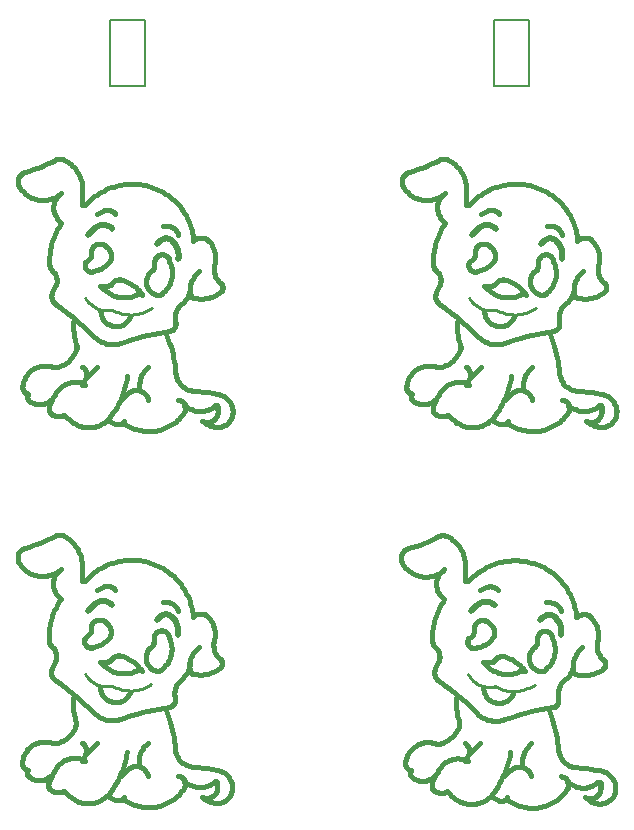
<source format=gbo>
G04 EAGLE Gerber X2 export*
G75*
%MOIN*%
%FSLAX24Y24*%
%LPD*%
%AMOC8*
5,1,8,0,0,1.08239X$1,22.5*%
G01*
%ADD10C,0.016000*%
%ADD11C,0.020000*%
%ADD12C,0.010000*%
%ADD13C,0.005000*%


D10*
X20657Y25413D02*
X20657Y25913D01*
X20655Y25977D01*
X20650Y26042D01*
X20641Y26105D01*
X20628Y26169D01*
X20611Y26231D01*
X20592Y26292D01*
X20568Y26352D01*
X20542Y26411D01*
X20512Y26468D01*
X20479Y26523D01*
X20442Y26577D01*
X20403Y26628D01*
X20361Y26677D01*
X20316Y26723D01*
X20269Y26767D01*
X20219Y26808D01*
X20167Y26846D01*
X20113Y26881D01*
X20057Y26913D01*
X20026Y26928D01*
X19993Y26939D01*
X19959Y26947D01*
X19924Y26951D01*
X19890Y26951D01*
X19855Y26947D01*
X19821Y26939D01*
X19788Y26928D01*
X19757Y26913D01*
X19758Y26913D02*
X19638Y26851D01*
X19517Y26793D01*
X19394Y26737D01*
X19269Y26686D01*
X19143Y26637D01*
X19016Y26592D01*
X18887Y26551D01*
X18758Y26513D01*
X18757Y26514D02*
X18723Y26502D01*
X18689Y26487D01*
X18658Y26468D01*
X18629Y26445D01*
X18602Y26420D01*
X18578Y26392D01*
X18558Y26362D01*
X18541Y26330D01*
X18527Y26296D01*
X18517Y26260D01*
X18511Y26224D01*
X18509Y26188D01*
X18511Y26151D01*
X18517Y26115D01*
X18526Y26080D01*
X18540Y26046D01*
X18557Y26013D01*
X18589Y25963D01*
X18625Y25914D01*
X18664Y25869D01*
X18706Y25826D01*
X18750Y25785D01*
X18797Y25748D01*
X18847Y25714D01*
X18898Y25683D01*
X18952Y25656D01*
X19007Y25632D01*
X19063Y25612D01*
X19121Y25596D01*
X19180Y25584D01*
X19239Y25575D01*
X19299Y25571D01*
X19359Y25570D01*
X19419Y25574D01*
X19478Y25581D01*
X19537Y25592D01*
X19595Y25607D01*
X19652Y25626D01*
X19708Y25649D01*
X19762Y25675D01*
X19814Y25704D01*
X19864Y25737D01*
X19912Y25774D01*
X19957Y25813D01*
X19857Y24913D02*
X19957Y24813D01*
X19857Y24913D02*
X19825Y24948D01*
X19796Y24985D01*
X19770Y25024D01*
X19747Y25066D01*
X19728Y25109D01*
X19712Y25153D01*
X19700Y25199D01*
X19692Y25246D01*
X19688Y25293D01*
X19687Y25340D01*
X19691Y25387D01*
X19698Y25434D01*
X19709Y25480D01*
X19723Y25525D01*
X19741Y25568D01*
X19763Y25610D01*
X19788Y25650D01*
X19816Y25688D01*
X19848Y25724D01*
X19882Y25756D01*
X19918Y25786D01*
X19957Y25813D01*
X20757Y25413D02*
X20857Y25513D01*
X20858Y25513D02*
X20923Y25576D01*
X20991Y25635D01*
X21061Y25691D01*
X21134Y25745D01*
X21209Y25795D01*
X21286Y25841D01*
X21365Y25885D01*
X21446Y25924D01*
X21528Y25960D01*
X21612Y25993D01*
X21698Y26022D01*
X21784Y26047D01*
X21872Y26068D01*
X21960Y26085D01*
X22050Y26098D01*
X22139Y26108D01*
X22229Y26113D01*
X22319Y26115D01*
X22409Y26113D01*
X22499Y26106D01*
X22589Y26096D01*
X22678Y26082D01*
X22766Y26064D01*
X22854Y26042D01*
X22940Y26016D01*
X23025Y25986D01*
X23109Y25953D01*
X23191Y25916D01*
X23272Y25876D01*
X23350Y25832D01*
X23427Y25785D01*
X23502Y25734D01*
X23574Y25680D01*
X23644Y25623D01*
X23711Y25563D01*
X23776Y25500D01*
X23837Y25434D01*
X23896Y25366D01*
X23952Y25295D01*
X24004Y25222D01*
X24054Y25147D01*
X24100Y25069D01*
X24142Y24990D01*
X24181Y24908D01*
X24216Y24825D01*
X24248Y24741D01*
X24276Y24655D01*
X24300Y24569D01*
X24321Y24481D01*
X24337Y24392D01*
X24350Y24303D01*
X24358Y24213D01*
X24557Y23213D02*
X24457Y23113D01*
X24422Y23076D01*
X24390Y23037D01*
X24361Y22996D01*
X24334Y22952D01*
X24311Y22907D01*
X24290Y22861D01*
X24273Y22813D01*
X24259Y22765D01*
X24249Y22715D01*
X24241Y22665D01*
X24238Y22614D01*
X24237Y22564D01*
X24240Y22513D01*
X24247Y22463D01*
X24257Y22413D01*
X24257Y22414D02*
X24264Y22393D01*
X24274Y22374D01*
X24286Y22357D01*
X24301Y22342D01*
X24318Y22330D01*
X24337Y22320D01*
X24358Y22313D01*
X24357Y22314D02*
X24420Y22301D01*
X24483Y22292D01*
X24546Y22287D01*
X24609Y22286D01*
X24673Y22289D01*
X24736Y22295D01*
X24799Y22305D01*
X24861Y22319D01*
X24922Y22336D01*
X24982Y22357D01*
X25041Y22382D01*
X25098Y22410D01*
X25153Y22441D01*
X25206Y22476D01*
X25257Y22514D01*
X25258Y22513D02*
X25278Y22531D01*
X25295Y22551D01*
X25309Y22574D01*
X25320Y22598D01*
X25327Y22623D01*
X25331Y22650D01*
X25331Y22676D01*
X25327Y22703D01*
X25320Y22728D01*
X25309Y22752D01*
X25295Y22775D01*
X25278Y22795D01*
X25258Y22813D01*
X25257Y22814D02*
X25223Y22843D01*
X25192Y22874D01*
X25163Y22908D01*
X25136Y22944D01*
X25113Y22982D01*
X25092Y23021D01*
X25075Y23062D01*
X25061Y23105D01*
X25050Y23148D01*
X25043Y23192D01*
X25039Y23236D01*
X25038Y23281D01*
X25041Y23326D01*
X25048Y23370D01*
X25057Y23413D01*
X25057Y23414D02*
X25070Y23469D01*
X25079Y23526D01*
X25085Y23583D01*
X25086Y23640D01*
X25084Y23698D01*
X25077Y23755D01*
X25067Y23811D01*
X25053Y23867D01*
X25036Y23921D01*
X25014Y23975D01*
X24989Y24026D01*
X24961Y24076D01*
X24930Y24124D01*
X24895Y24170D01*
X24857Y24213D01*
X24832Y24238D01*
X24804Y24259D01*
X24775Y24278D01*
X24743Y24294D01*
X24710Y24306D01*
X24677Y24315D01*
X24642Y24320D01*
X24607Y24322D01*
X24572Y24320D01*
X24537Y24315D01*
X24504Y24306D01*
X24471Y24294D01*
X24439Y24278D01*
X24410Y24259D01*
X24382Y24238D01*
X24357Y24213D01*
X19757Y22713D02*
X19657Y22513D01*
X19757Y22713D02*
X19773Y22749D01*
X19785Y22786D01*
X19794Y22825D01*
X19799Y22863D01*
X19801Y22903D01*
X19799Y22942D01*
X19793Y22980D01*
X19783Y23018D01*
X19770Y23055D01*
X19754Y23091D01*
X19734Y23125D01*
X19711Y23157D01*
X19686Y23186D01*
X19657Y23213D01*
X19633Y23236D01*
X19612Y23261D01*
X19594Y23288D01*
X19580Y23318D01*
X19569Y23349D01*
X19561Y23380D01*
X19557Y23413D01*
X19557Y23414D02*
X19553Y23501D01*
X19552Y23588D01*
X19555Y23676D01*
X19562Y23763D01*
X19572Y23850D01*
X19585Y23936D01*
X19602Y24022D01*
X19623Y24107D01*
X19647Y24191D01*
X19674Y24274D01*
X19705Y24356D01*
X19739Y24436D01*
X19776Y24515D01*
X19817Y24592D01*
X19861Y24668D01*
X19907Y24742D01*
X19957Y24814D01*
X19657Y22514D02*
X19644Y22482D01*
X19634Y22449D01*
X19627Y22415D01*
X19624Y22381D01*
X19625Y22346D01*
X19630Y22312D01*
X19638Y22278D01*
X19650Y22246D01*
X19666Y22215D01*
X19684Y22186D01*
X19706Y22159D01*
X19730Y22135D01*
X19758Y22113D01*
X19954Y21970D01*
X20148Y21822D01*
X20338Y21669D01*
X20523Y21512D01*
X20706Y21350D01*
X20884Y21184D01*
X21058Y21013D01*
X21058Y21014D02*
X21099Y20975D01*
X21144Y20938D01*
X21190Y20905D01*
X21239Y20875D01*
X21289Y20848D01*
X21342Y20825D01*
X21396Y20805D01*
X21450Y20789D01*
X21506Y20777D01*
X21563Y20768D01*
X21620Y20763D01*
X21677Y20762D01*
X21734Y20765D01*
X21791Y20772D01*
X21848Y20782D01*
X21903Y20796D01*
X21958Y20814D01*
X21958Y20813D02*
X22131Y20874D01*
X22305Y20931D01*
X22481Y20984D01*
X22658Y21032D01*
X22836Y21077D01*
X23015Y21117D01*
X23195Y21153D01*
X23376Y21185D01*
X23557Y21213D01*
X23558Y21214D02*
X23586Y21220D01*
X23614Y21229D01*
X23640Y21242D01*
X23664Y21257D01*
X23687Y21275D01*
X23707Y21296D01*
X23725Y21319D01*
X23739Y21344D01*
X23751Y21371D01*
X23759Y21399D01*
X23764Y21427D01*
X23765Y21456D01*
X23763Y21485D01*
X23757Y21514D01*
X23758Y21514D02*
X23748Y21560D01*
X23741Y21608D01*
X23739Y21656D01*
X23741Y21703D01*
X23746Y21751D01*
X23756Y21798D01*
X23769Y21843D01*
X23786Y21888D01*
X23806Y21931D01*
X23830Y21972D01*
X23858Y22012D01*
X23888Y22048D01*
X23922Y22082D01*
X23958Y22114D01*
X23957Y22113D02*
X23997Y22148D01*
X24035Y22185D01*
X24071Y22225D01*
X24104Y22267D01*
X24134Y22311D01*
X24161Y22356D01*
X24184Y22404D01*
X24205Y22453D01*
X24222Y22503D01*
X24236Y22555D01*
X24246Y22607D01*
X24253Y22660D01*
X24257Y22713D01*
X21357Y25213D02*
X21157Y25113D01*
X21357Y25214D02*
X21389Y25227D01*
X21422Y25237D01*
X21456Y25244D01*
X21490Y25247D01*
X21525Y25246D01*
X21559Y25241D01*
X21593Y25233D01*
X21625Y25221D01*
X21656Y25205D01*
X21685Y25187D01*
X21712Y25165D01*
X21736Y25141D01*
X21758Y25113D01*
X23357Y24713D02*
X23457Y24713D01*
X23457Y24714D02*
X23495Y24712D01*
X23533Y24707D01*
X23571Y24698D01*
X23607Y24686D01*
X23642Y24671D01*
X23676Y24652D01*
X23707Y24631D01*
X23737Y24606D01*
X23764Y24579D01*
X23789Y24550D01*
X23810Y24518D01*
X23829Y24485D01*
X23845Y24450D01*
X23857Y24414D01*
D11*
X23257Y24213D02*
X23157Y24113D01*
X23257Y24213D02*
X23281Y24234D01*
X23306Y24253D01*
X23334Y24268D01*
X23364Y24280D01*
X23394Y24289D01*
X23425Y24294D01*
X23457Y24296D01*
X23489Y24294D01*
X23520Y24289D01*
X23550Y24280D01*
X23580Y24268D01*
X23608Y24253D01*
X23633Y24234D01*
X23657Y24213D01*
X23691Y24176D01*
X23723Y24137D01*
X23752Y24095D01*
X23777Y24052D01*
X23800Y24007D01*
X23819Y23960D01*
X23835Y23913D01*
X23848Y23864D01*
X23857Y23814D01*
X23862Y23764D01*
X23864Y23714D01*
X23862Y23663D01*
X23857Y23613D01*
X21057Y24613D02*
X20857Y24413D01*
X21057Y24613D02*
X21086Y24639D01*
X21117Y24663D01*
X21151Y24683D01*
X21186Y24701D01*
X21222Y24715D01*
X21260Y24726D01*
X21298Y24733D01*
X21337Y24737D01*
X21377Y24737D01*
X21416Y24733D01*
X21454Y24726D01*
X21492Y24715D01*
X21528Y24701D01*
X21563Y24683D01*
X21597Y24663D01*
X21628Y24639D01*
X21657Y24613D01*
D10*
X20357Y21513D02*
X20357Y21313D01*
X20359Y21237D01*
X20363Y21160D01*
X20371Y21084D01*
X20382Y21009D01*
X20396Y20934D01*
X20413Y20859D01*
X20434Y20786D01*
X20457Y20713D01*
X20458Y20713D02*
X20463Y20693D01*
X20466Y20673D01*
X20466Y20653D01*
X20463Y20633D01*
X20458Y20613D01*
X20457Y20613D02*
X20436Y20558D01*
X20412Y20505D01*
X20385Y20453D01*
X20355Y20403D01*
X20322Y20355D01*
X20286Y20308D01*
X20247Y20265D01*
X20205Y20223D01*
X20162Y20184D01*
X20115Y20148D01*
X20067Y20115D01*
X20017Y20085D01*
X19965Y20058D01*
X19912Y20034D01*
X19857Y20013D01*
X19857Y20014D02*
X19824Y20004D01*
X19791Y19999D01*
X19757Y19997D01*
X19723Y19999D01*
X19690Y20004D01*
X19657Y20014D01*
X19658Y20013D02*
X19608Y20029D01*
X19556Y20040D01*
X19504Y20048D01*
X19452Y20053D01*
X19399Y20054D01*
X19347Y20051D01*
X19294Y20045D01*
X19243Y20035D01*
X19192Y20021D01*
X19142Y20004D01*
X19094Y19983D01*
X19047Y19959D01*
X19002Y19932D01*
X18959Y19902D01*
X18918Y19869D01*
X18879Y19833D01*
X18843Y19795D01*
X18810Y19754D01*
X18780Y19711D01*
X18753Y19666D01*
X18729Y19619D01*
X18708Y19570D01*
X18691Y19521D01*
X18678Y19470D01*
X18667Y19418D01*
X18661Y19366D01*
X18658Y19313D01*
X18658Y19314D02*
X18663Y19287D01*
X18672Y19260D01*
X18683Y19235D01*
X18697Y19212D01*
X18714Y19190D01*
X18734Y19170D01*
X18756Y19153D01*
X18779Y19139D01*
X18804Y19128D01*
X18831Y19119D01*
X18858Y19114D01*
X18857Y19113D02*
X18843Y19096D01*
X18831Y19077D01*
X18823Y19057D01*
X18818Y19035D01*
X18816Y19013D01*
X18818Y18991D01*
X18823Y18969D01*
X18831Y18949D01*
X18843Y18930D01*
X18857Y18913D01*
X18889Y18884D01*
X18923Y18857D01*
X18959Y18834D01*
X18997Y18813D01*
X19037Y18796D01*
X19078Y18782D01*
X19120Y18771D01*
X19162Y18764D01*
X19206Y18760D01*
X19249Y18760D01*
X19292Y18764D01*
X19334Y18771D01*
X19376Y18782D01*
X19417Y18796D01*
X19457Y18813D01*
X19457Y18814D02*
X19500Y18836D01*
X19540Y18862D01*
X19579Y18891D01*
X19615Y18922D01*
X19649Y18956D01*
X19680Y18992D01*
X19709Y19031D01*
X19735Y19071D01*
X19757Y19114D01*
X19781Y19158D01*
X19809Y19202D01*
X19839Y19243D01*
X19872Y19281D01*
X19908Y19318D01*
X19946Y19351D01*
X19986Y19382D01*
X20029Y19410D01*
X20074Y19435D01*
X20120Y19456D01*
X20167Y19474D01*
X20216Y19489D01*
X20266Y19500D01*
X20316Y19508D01*
X20367Y19511D01*
X20418Y19512D01*
X20469Y19508D01*
X20519Y19501D01*
X20569Y19491D01*
X20618Y19476D01*
X20666Y19459D01*
X20712Y19438D01*
X20757Y19413D01*
X20657Y19413D02*
X20757Y19613D01*
X20758Y19613D02*
X20771Y19645D01*
X20781Y19678D01*
X20788Y19712D01*
X20791Y19746D01*
X20790Y19781D01*
X20785Y19815D01*
X20777Y19849D01*
X20765Y19881D01*
X20749Y19912D01*
X20731Y19941D01*
X20709Y19968D01*
X20685Y19992D01*
X20657Y20014D01*
X20757Y19613D02*
X21157Y20013D01*
X19657Y18913D02*
X19557Y18713D01*
X19546Y18688D01*
X19538Y18662D01*
X19534Y18636D01*
X19533Y18609D01*
X19535Y18582D01*
X19541Y18555D01*
X19549Y18529D01*
X19561Y18505D01*
X19575Y18482D01*
X19592Y18461D01*
X19612Y18442D01*
X19633Y18426D01*
X19657Y18413D01*
X19695Y18396D01*
X19734Y18383D01*
X19775Y18374D01*
X19816Y18368D01*
X19857Y18366D01*
X19898Y18368D01*
X19939Y18374D01*
X19980Y18383D01*
X20019Y18396D01*
X20057Y18413D01*
X20157Y18313D01*
X20157Y18314D02*
X20197Y18270D01*
X20240Y18230D01*
X20285Y18192D01*
X20332Y18157D01*
X20381Y18125D01*
X20433Y18097D01*
X20486Y18072D01*
X20540Y18050D01*
X20596Y18032D01*
X20653Y18017D01*
X20711Y18006D01*
X20769Y17998D01*
X20828Y17994D01*
X20886Y17994D01*
X20945Y17998D01*
X21003Y18006D01*
X21061Y18017D01*
X21118Y18032D01*
X21174Y18050D01*
X21228Y18072D01*
X21281Y18097D01*
X21333Y18125D01*
X21382Y18157D01*
X21429Y18192D01*
X21474Y18230D01*
X21517Y18270D01*
X21557Y18314D01*
X21558Y18314D02*
X21622Y18403D01*
X21684Y18494D01*
X21742Y18587D01*
X21797Y18682D01*
X21848Y18779D01*
X21897Y18878D01*
X21942Y18978D01*
X21983Y19080D01*
X22021Y19183D01*
X22056Y19287D01*
X22087Y19392D01*
X22114Y19499D01*
X22138Y19606D01*
X22158Y19714D01*
X21557Y18213D02*
X21757Y18113D01*
X21784Y18104D01*
X21813Y18098D01*
X21841Y18095D01*
X21870Y18096D01*
X21898Y18100D01*
X21926Y18107D01*
X21952Y18118D01*
X21978Y18132D01*
X22001Y18148D01*
X22022Y18168D01*
X22041Y18189D01*
X22057Y18213D01*
X22057Y18113D02*
X22257Y18013D01*
X22258Y18013D02*
X22324Y17982D01*
X22392Y17955D01*
X22461Y17931D01*
X22531Y17911D01*
X22602Y17894D01*
X22674Y17881D01*
X22747Y17872D01*
X22820Y17867D01*
X22893Y17866D01*
X22966Y17869D01*
X23039Y17875D01*
X23111Y17885D01*
X23183Y17899D01*
X23254Y17917D01*
X23324Y17938D01*
X23393Y17963D01*
X23460Y17992D01*
X23526Y18024D01*
X23590Y18060D01*
X23652Y18098D01*
X23712Y18140D01*
X23769Y18186D01*
X23824Y18234D01*
X23877Y18284D01*
X23927Y18338D01*
X23973Y18394D01*
X24017Y18453D01*
X24058Y18513D01*
X24057Y18513D02*
X24073Y18541D01*
X24084Y18570D01*
X24093Y18601D01*
X24097Y18632D01*
X24098Y18663D01*
X24095Y18695D01*
X24088Y18726D01*
X24077Y18755D01*
X24063Y18784D01*
X24046Y18810D01*
X24025Y18834D01*
X24002Y18855D01*
X23976Y18874D01*
X23948Y18889D01*
X23919Y18901D01*
X23889Y18909D01*
X23857Y18913D01*
X24057Y18713D02*
X24257Y18613D01*
X24306Y18591D01*
X24356Y18572D01*
X24407Y18557D01*
X24459Y18546D01*
X24512Y18539D01*
X24566Y18536D01*
X24619Y18537D01*
X24672Y18542D01*
X24725Y18550D01*
X24777Y18563D01*
X24828Y18579D01*
X24877Y18599D01*
X24925Y18622D01*
X24971Y18649D01*
X25015Y18679D01*
X25057Y18713D01*
X25058Y18714D02*
X25071Y18723D01*
X25086Y18729D01*
X25103Y18731D01*
X25119Y18729D01*
X25134Y18724D01*
X25148Y18716D01*
X25160Y18704D01*
X25168Y18690D01*
X25173Y18675D01*
X25175Y18659D01*
X25173Y18642D01*
X25167Y18627D01*
X25158Y18614D01*
X22157Y19113D02*
X21957Y18913D01*
X22158Y19113D02*
X22186Y19139D01*
X22217Y19162D01*
X22250Y19182D01*
X22284Y19200D01*
X22320Y19213D01*
X22357Y19224D01*
X22395Y19231D01*
X22433Y19235D01*
X22472Y19235D01*
X22510Y19231D01*
X22548Y19224D01*
X22585Y19213D01*
X22621Y19199D01*
X22655Y19182D01*
X22688Y19162D01*
X22718Y19139D01*
X22747Y19113D01*
X22773Y19084D01*
X22796Y19053D01*
X22816Y19021D01*
X22833Y18986D01*
X22847Y18950D01*
X22857Y18913D01*
X22557Y19313D02*
X22557Y19413D01*
X22559Y19466D01*
X22565Y19520D01*
X22574Y19572D01*
X22587Y19624D01*
X22604Y19675D01*
X22625Y19724D01*
X22649Y19772D01*
X22676Y19818D01*
X22706Y19862D01*
X22740Y19904D01*
X22776Y19943D01*
X22815Y19979D01*
X22857Y20013D01*
X23557Y20813D02*
X23457Y21113D01*
X23557Y20813D02*
X23596Y20691D01*
X23630Y20568D01*
X23661Y20444D01*
X23688Y20319D01*
X23711Y20194D01*
X23730Y20067D01*
X23746Y19940D01*
X23757Y19813D01*
X23758Y19814D02*
X23763Y19765D01*
X23772Y19717D01*
X23785Y19670D01*
X23801Y19625D01*
X23820Y19580D01*
X23843Y19537D01*
X23869Y19496D01*
X23897Y19456D01*
X23929Y19420D01*
X23964Y19385D01*
X24000Y19353D01*
X24040Y19325D01*
X24081Y19299D01*
X24124Y19276D01*
X24169Y19257D01*
X24214Y19241D01*
X24261Y19228D01*
X24309Y19219D01*
X24358Y19214D01*
X24358Y19213D02*
X24518Y19200D01*
X24679Y19183D01*
X24839Y19163D01*
X24998Y19140D01*
X25157Y19113D01*
X25158Y19113D02*
X25204Y19103D01*
X25249Y19089D01*
X25293Y19072D01*
X25335Y19052D01*
X25376Y19029D01*
X25415Y19002D01*
X25452Y18973D01*
X25486Y18941D01*
X25518Y18907D01*
X25547Y18870D01*
X25574Y18831D01*
X25597Y18790D01*
X25617Y18748D01*
X25634Y18704D01*
X25648Y18659D01*
X25658Y18613D01*
X25658Y18614D02*
X25664Y18571D01*
X25666Y18527D01*
X25665Y18484D01*
X25659Y18441D01*
X25651Y18399D01*
X25639Y18357D01*
X25623Y18317D01*
X25604Y18278D01*
X25582Y18241D01*
X25557Y18205D01*
X25529Y18172D01*
X25499Y18142D01*
X25466Y18114D01*
X25430Y18089D01*
X25393Y18067D01*
X25354Y18048D01*
X25314Y18032D01*
X25272Y18020D01*
X25230Y18012D01*
X25187Y18006D01*
X25144Y18005D01*
X25100Y18007D01*
X25057Y18013D01*
X25057Y18014D02*
X25008Y18024D01*
X24960Y18038D01*
X24912Y18055D01*
X24866Y18074D01*
X24821Y18097D01*
X24777Y18122D01*
X24735Y18150D01*
X24695Y18181D01*
X24658Y18214D01*
X24658Y18213D02*
X24691Y18198D01*
X24726Y18187D01*
X24762Y18180D01*
X24798Y18176D01*
X24834Y18177D01*
X24871Y18180D01*
X24906Y18188D01*
X24941Y18199D01*
X24974Y18214D01*
X25006Y18232D01*
X25036Y18253D01*
X25063Y18278D01*
X25087Y18304D01*
X25109Y18334D01*
X25128Y18365D01*
X25143Y18398D01*
X25155Y18433D01*
X25163Y18468D01*
X25167Y18505D01*
X25168Y18541D01*
X25165Y18577D01*
X25158Y18613D01*
X20957Y23713D02*
X20957Y23913D01*
X20967Y23943D01*
X20980Y23972D01*
X20997Y23999D01*
X21016Y24024D01*
X21038Y24046D01*
X21062Y24067D01*
X21088Y24084D01*
X21116Y24098D01*
X21146Y24110D01*
X21176Y24117D01*
X21207Y24122D01*
X21239Y24123D01*
X21270Y24120D01*
X21301Y24114D01*
X21331Y24105D01*
X21360Y24092D01*
X21388Y24077D01*
X21413Y24058D01*
X21436Y24037D01*
X21457Y24013D01*
X21486Y23992D01*
X21513Y23969D01*
X21537Y23943D01*
X21558Y23915D01*
X21577Y23884D01*
X21592Y23852D01*
X21604Y23819D01*
X21613Y23784D01*
X21618Y23749D01*
X21620Y23714D01*
X21618Y23678D01*
X21613Y23643D01*
X21604Y23609D01*
X21591Y23576D01*
X21576Y23544D01*
X21557Y23514D01*
X21558Y23513D02*
X21522Y23472D01*
X21484Y23433D01*
X21444Y23397D01*
X21402Y23364D01*
X21357Y23333D01*
X21311Y23305D01*
X21263Y23280D01*
X21213Y23259D01*
X21162Y23240D01*
X21110Y23225D01*
X21058Y23213D01*
X21057Y23214D02*
X21032Y23202D01*
X21005Y23193D01*
X20977Y23188D01*
X20948Y23186D01*
X20920Y23188D01*
X20892Y23194D01*
X20865Y23203D01*
X20839Y23216D01*
X20816Y23232D01*
X20794Y23250D01*
X20776Y23272D01*
X20760Y23295D01*
X20747Y23321D01*
X20738Y23348D01*
X20732Y23376D01*
X20730Y23404D01*
X20732Y23433D01*
X20737Y23461D01*
X20746Y23488D01*
X20758Y23513D01*
X20757Y23514D02*
X20797Y23540D01*
X20835Y23569D01*
X20870Y23601D01*
X20902Y23636D01*
X20931Y23674D01*
X20957Y23714D01*
X23057Y23513D02*
X23057Y23413D01*
X23057Y23513D02*
X23059Y23543D01*
X23064Y23573D01*
X23073Y23602D01*
X23086Y23629D01*
X23101Y23655D01*
X23120Y23679D01*
X23141Y23700D01*
X23165Y23719D01*
X23191Y23734D01*
X23218Y23747D01*
X23247Y23756D01*
X23277Y23761D01*
X23307Y23763D01*
X23337Y23761D01*
X23367Y23756D01*
X23396Y23747D01*
X23423Y23734D01*
X23449Y23719D01*
X23473Y23700D01*
X23494Y23679D01*
X23513Y23655D01*
X23528Y23629D01*
X23541Y23602D01*
X23550Y23573D01*
X23555Y23543D01*
X23557Y23513D01*
X23057Y23413D02*
X23055Y23384D01*
X23050Y23356D01*
X23042Y23328D01*
X23031Y23301D01*
X23016Y23276D01*
X22999Y23253D01*
X22979Y23232D01*
X22957Y23213D01*
X22958Y23213D02*
X22927Y23187D01*
X22898Y23159D01*
X22872Y23128D01*
X22849Y23095D01*
X22829Y23060D01*
X22812Y23023D01*
X22798Y22985D01*
X22788Y22946D01*
X22782Y22907D01*
X22779Y22866D01*
X22780Y22826D01*
X22784Y22786D01*
X22792Y22747D01*
X22804Y22708D01*
X22819Y22671D01*
X22837Y22635D01*
X22859Y22601D01*
X22883Y22568D01*
X22910Y22539D01*
X22940Y22512D01*
X22972Y22487D01*
X23006Y22466D01*
X23042Y22448D01*
X23080Y22433D01*
X23118Y22421D01*
X23158Y22413D01*
X23157Y22413D02*
X23184Y22411D01*
X23210Y22412D01*
X23236Y22417D01*
X23261Y22426D01*
X23285Y22438D01*
X23307Y22453D01*
X23326Y22470D01*
X23343Y22491D01*
X23357Y22513D01*
X23358Y22513D02*
X23400Y22553D01*
X23439Y22595D01*
X23476Y22640D01*
X23509Y22687D01*
X23538Y22737D01*
X23565Y22788D01*
X23587Y22841D01*
X23606Y22896D01*
X23622Y22951D01*
X23633Y23008D01*
X23640Y23065D01*
X23644Y23123D01*
X23643Y23181D01*
X23639Y23238D01*
X23630Y23295D01*
X23618Y23352D01*
X23602Y23407D01*
X23582Y23461D01*
X23558Y23514D01*
X21357Y22613D02*
X21257Y22713D01*
X21358Y22614D02*
X21401Y22573D01*
X21447Y22535D01*
X21494Y22500D01*
X21544Y22467D01*
X21596Y22438D01*
X21650Y22412D01*
X21705Y22389D01*
X21761Y22370D01*
X21818Y22354D01*
X21876Y22342D01*
X21935Y22333D01*
X21994Y22328D01*
X22054Y22326D01*
X22113Y22328D01*
X22172Y22333D01*
X22231Y22342D01*
X22289Y22355D01*
X22346Y22371D01*
X22403Y22391D01*
X22458Y22414D01*
X22457Y22413D02*
X22485Y22424D01*
X22513Y22431D01*
X22542Y22435D01*
X22572Y22435D01*
X22601Y22431D01*
X22629Y22424D01*
X22657Y22413D01*
X21457Y22713D02*
X21357Y22713D01*
X21457Y22713D02*
X21486Y22715D01*
X21514Y22720D01*
X21542Y22728D01*
X21569Y22739D01*
X21594Y22754D01*
X21617Y22771D01*
X21638Y22791D01*
X21657Y22813D01*
X21658Y22814D02*
X21677Y22837D01*
X21699Y22858D01*
X21724Y22877D01*
X21750Y22893D01*
X21778Y22905D01*
X21807Y22915D01*
X21837Y22922D01*
X21867Y22925D01*
X21898Y22924D01*
X21928Y22921D01*
X21958Y22914D01*
X22022Y22893D01*
X22085Y22869D01*
X22147Y22842D01*
X22207Y22812D01*
X22266Y22779D01*
X22323Y22743D01*
X22378Y22703D01*
X22430Y22661D01*
X22481Y22617D01*
X22529Y22569D01*
X22575Y22520D01*
X22618Y22468D01*
X22658Y22414D01*
D12*
X21657Y21913D02*
X21603Y21902D01*
X21548Y21895D01*
X21492Y21892D01*
X21437Y21893D01*
X21381Y21897D01*
X21326Y21905D01*
X21272Y21917D01*
X21218Y21933D01*
X21166Y21952D01*
X21115Y21974D01*
X21066Y22000D01*
X21019Y22030D01*
X20974Y22062D01*
X20931Y22097D01*
X20890Y22136D01*
X20853Y22176D01*
X20818Y22220D01*
X20786Y22265D01*
X20757Y22313D01*
X21657Y21914D02*
X21719Y21882D01*
X21781Y21854D01*
X21846Y21829D01*
X21911Y21807D01*
X21978Y21789D01*
X22046Y21775D01*
X22114Y21765D01*
X22183Y21759D01*
X22252Y21756D01*
X22321Y21757D01*
X22390Y21762D01*
X22458Y21771D01*
X22526Y21784D01*
X22593Y21800D01*
X22659Y21821D01*
X22724Y21844D01*
X22787Y21872D01*
X22849Y21902D01*
X22909Y21937D01*
X22967Y21974D01*
D10*
X22247Y21674D02*
X22227Y21633D01*
X22204Y21595D01*
X22178Y21559D01*
X22148Y21525D01*
X22116Y21494D01*
X22081Y21466D01*
X22043Y21441D01*
X22004Y21419D01*
X21963Y21401D01*
X21921Y21386D01*
X21877Y21375D01*
X21833Y21368D01*
X21788Y21365D01*
X21743Y21366D01*
X21699Y21371D01*
X21655Y21379D01*
X21611Y21391D01*
X21570Y21407D01*
X21529Y21427D01*
X21491Y21450D01*
X21454Y21476D01*
X21420Y21505D01*
X21389Y21537D01*
X21360Y21572D01*
X21335Y21609D01*
X21313Y21648D01*
X21294Y21689D01*
X21279Y21731D01*
X21268Y21775D01*
X21261Y21819D01*
X21257Y21864D01*
X7862Y25413D02*
X7862Y25913D01*
X7860Y25977D01*
X7855Y26042D01*
X7846Y26105D01*
X7833Y26169D01*
X7816Y26231D01*
X7797Y26292D01*
X7773Y26352D01*
X7747Y26411D01*
X7717Y26468D01*
X7684Y26523D01*
X7647Y26577D01*
X7608Y26628D01*
X7566Y26677D01*
X7521Y26723D01*
X7474Y26767D01*
X7424Y26808D01*
X7372Y26846D01*
X7318Y26881D01*
X7262Y26913D01*
X7231Y26928D01*
X7198Y26939D01*
X7164Y26947D01*
X7129Y26951D01*
X7095Y26951D01*
X7060Y26947D01*
X7026Y26939D01*
X6993Y26928D01*
X6962Y26913D01*
X6842Y26851D01*
X6721Y26793D01*
X6598Y26737D01*
X6473Y26686D01*
X6347Y26637D01*
X6220Y26592D01*
X6091Y26551D01*
X5962Y26513D01*
X5962Y26514D02*
X5928Y26502D01*
X5894Y26487D01*
X5863Y26468D01*
X5834Y26445D01*
X5807Y26420D01*
X5783Y26392D01*
X5763Y26362D01*
X5746Y26330D01*
X5732Y26296D01*
X5722Y26260D01*
X5716Y26224D01*
X5714Y26188D01*
X5716Y26151D01*
X5722Y26115D01*
X5731Y26080D01*
X5745Y26046D01*
X5762Y26013D01*
X5794Y25963D01*
X5830Y25914D01*
X5869Y25869D01*
X5911Y25826D01*
X5955Y25785D01*
X6002Y25748D01*
X6052Y25714D01*
X6103Y25683D01*
X6157Y25656D01*
X6212Y25632D01*
X6268Y25612D01*
X6326Y25596D01*
X6385Y25584D01*
X6444Y25575D01*
X6504Y25571D01*
X6564Y25570D01*
X6624Y25574D01*
X6683Y25581D01*
X6742Y25592D01*
X6800Y25607D01*
X6857Y25626D01*
X6913Y25649D01*
X6967Y25675D01*
X7019Y25704D01*
X7069Y25737D01*
X7117Y25774D01*
X7162Y25813D01*
X7062Y24913D02*
X7162Y24813D01*
X7062Y24913D02*
X7030Y24948D01*
X7001Y24985D01*
X6975Y25024D01*
X6952Y25066D01*
X6933Y25109D01*
X6917Y25153D01*
X6905Y25199D01*
X6897Y25246D01*
X6893Y25293D01*
X6892Y25340D01*
X6896Y25387D01*
X6903Y25434D01*
X6914Y25480D01*
X6928Y25525D01*
X6946Y25568D01*
X6968Y25610D01*
X6993Y25650D01*
X7021Y25688D01*
X7053Y25724D01*
X7087Y25756D01*
X7123Y25786D01*
X7162Y25813D01*
X7962Y25413D02*
X8062Y25513D01*
X8127Y25576D01*
X8195Y25635D01*
X8265Y25691D01*
X8338Y25745D01*
X8413Y25795D01*
X8490Y25841D01*
X8569Y25885D01*
X8650Y25924D01*
X8732Y25960D01*
X8816Y25993D01*
X8902Y26022D01*
X8988Y26047D01*
X9076Y26068D01*
X9164Y26085D01*
X9254Y26098D01*
X9343Y26108D01*
X9433Y26113D01*
X9523Y26115D01*
X9613Y26113D01*
X9703Y26106D01*
X9793Y26096D01*
X9882Y26082D01*
X9970Y26064D01*
X10058Y26042D01*
X10144Y26016D01*
X10229Y25986D01*
X10313Y25953D01*
X10395Y25916D01*
X10476Y25876D01*
X10554Y25832D01*
X10631Y25785D01*
X10706Y25734D01*
X10778Y25680D01*
X10848Y25623D01*
X10915Y25563D01*
X10980Y25500D01*
X11041Y25434D01*
X11100Y25366D01*
X11156Y25295D01*
X11208Y25222D01*
X11258Y25147D01*
X11304Y25069D01*
X11346Y24990D01*
X11385Y24908D01*
X11420Y24825D01*
X11452Y24741D01*
X11480Y24655D01*
X11504Y24569D01*
X11525Y24481D01*
X11541Y24392D01*
X11554Y24303D01*
X11562Y24213D01*
X11762Y23213D02*
X11662Y23113D01*
X11627Y23076D01*
X11595Y23037D01*
X11566Y22996D01*
X11539Y22952D01*
X11516Y22907D01*
X11495Y22861D01*
X11478Y22813D01*
X11464Y22765D01*
X11454Y22715D01*
X11446Y22665D01*
X11443Y22614D01*
X11442Y22564D01*
X11445Y22513D01*
X11452Y22463D01*
X11462Y22413D01*
X11462Y22414D02*
X11469Y22393D01*
X11479Y22374D01*
X11491Y22357D01*
X11506Y22342D01*
X11523Y22330D01*
X11542Y22320D01*
X11563Y22313D01*
X11562Y22314D02*
X11625Y22301D01*
X11688Y22292D01*
X11751Y22287D01*
X11814Y22286D01*
X11878Y22289D01*
X11941Y22295D01*
X12004Y22305D01*
X12066Y22319D01*
X12127Y22336D01*
X12187Y22357D01*
X12246Y22382D01*
X12303Y22410D01*
X12358Y22441D01*
X12411Y22476D01*
X12462Y22514D01*
X12462Y22513D02*
X12482Y22531D01*
X12499Y22551D01*
X12513Y22574D01*
X12524Y22598D01*
X12531Y22623D01*
X12535Y22650D01*
X12535Y22676D01*
X12531Y22703D01*
X12524Y22728D01*
X12513Y22752D01*
X12499Y22775D01*
X12482Y22795D01*
X12462Y22813D01*
X12462Y22814D02*
X12428Y22843D01*
X12397Y22874D01*
X12368Y22908D01*
X12341Y22944D01*
X12318Y22982D01*
X12297Y23021D01*
X12280Y23062D01*
X12266Y23105D01*
X12255Y23148D01*
X12248Y23192D01*
X12244Y23236D01*
X12243Y23281D01*
X12246Y23326D01*
X12253Y23370D01*
X12262Y23413D01*
X12262Y23414D02*
X12275Y23469D01*
X12284Y23526D01*
X12290Y23583D01*
X12291Y23640D01*
X12289Y23698D01*
X12282Y23755D01*
X12272Y23811D01*
X12258Y23867D01*
X12241Y23921D01*
X12219Y23975D01*
X12194Y24026D01*
X12166Y24076D01*
X12135Y24124D01*
X12100Y24170D01*
X12062Y24213D01*
X12037Y24238D01*
X12009Y24259D01*
X11980Y24278D01*
X11948Y24294D01*
X11915Y24306D01*
X11882Y24315D01*
X11847Y24320D01*
X11812Y24322D01*
X11777Y24320D01*
X11742Y24315D01*
X11709Y24306D01*
X11676Y24294D01*
X11644Y24278D01*
X11615Y24259D01*
X11587Y24238D01*
X11562Y24213D01*
X6962Y22713D02*
X6862Y22513D01*
X6962Y22713D02*
X6978Y22749D01*
X6990Y22786D01*
X6999Y22825D01*
X7004Y22863D01*
X7006Y22903D01*
X7004Y22942D01*
X6998Y22980D01*
X6988Y23018D01*
X6975Y23055D01*
X6959Y23091D01*
X6939Y23125D01*
X6916Y23157D01*
X6891Y23186D01*
X6862Y23213D01*
X6838Y23236D01*
X6817Y23261D01*
X6799Y23288D01*
X6785Y23318D01*
X6774Y23349D01*
X6766Y23380D01*
X6762Y23413D01*
X6762Y23414D02*
X6758Y23501D01*
X6757Y23588D01*
X6760Y23676D01*
X6767Y23763D01*
X6777Y23850D01*
X6790Y23936D01*
X6807Y24022D01*
X6828Y24107D01*
X6852Y24191D01*
X6879Y24274D01*
X6910Y24356D01*
X6944Y24436D01*
X6981Y24515D01*
X7022Y24592D01*
X7066Y24668D01*
X7112Y24742D01*
X7162Y24814D01*
X6862Y22514D02*
X6849Y22482D01*
X6839Y22449D01*
X6832Y22415D01*
X6829Y22381D01*
X6830Y22346D01*
X6835Y22312D01*
X6843Y22278D01*
X6855Y22246D01*
X6871Y22215D01*
X6889Y22186D01*
X6911Y22159D01*
X6935Y22135D01*
X6963Y22113D01*
X6962Y22113D02*
X7158Y21970D01*
X7352Y21822D01*
X7542Y21669D01*
X7727Y21512D01*
X7910Y21350D01*
X8088Y21184D01*
X8262Y21013D01*
X8263Y21014D02*
X8304Y20975D01*
X8349Y20938D01*
X8395Y20905D01*
X8444Y20875D01*
X8494Y20848D01*
X8547Y20825D01*
X8601Y20805D01*
X8655Y20789D01*
X8711Y20777D01*
X8768Y20768D01*
X8825Y20763D01*
X8882Y20762D01*
X8939Y20765D01*
X8996Y20772D01*
X9053Y20782D01*
X9108Y20796D01*
X9163Y20814D01*
X9163Y20813D02*
X9336Y20874D01*
X9510Y20931D01*
X9686Y20984D01*
X9863Y21032D01*
X10041Y21077D01*
X10220Y21117D01*
X10400Y21153D01*
X10581Y21185D01*
X10762Y21213D01*
X10763Y21214D02*
X10791Y21220D01*
X10819Y21229D01*
X10845Y21242D01*
X10869Y21257D01*
X10892Y21275D01*
X10912Y21296D01*
X10930Y21319D01*
X10944Y21344D01*
X10956Y21371D01*
X10964Y21399D01*
X10969Y21427D01*
X10970Y21456D01*
X10968Y21485D01*
X10962Y21514D01*
X10963Y21514D02*
X10953Y21560D01*
X10946Y21608D01*
X10944Y21656D01*
X10946Y21703D01*
X10951Y21751D01*
X10961Y21798D01*
X10974Y21843D01*
X10991Y21888D01*
X11011Y21931D01*
X11035Y21972D01*
X11063Y22012D01*
X11093Y22048D01*
X11127Y22082D01*
X11163Y22114D01*
X11162Y22113D02*
X11202Y22148D01*
X11240Y22185D01*
X11276Y22225D01*
X11309Y22267D01*
X11339Y22311D01*
X11366Y22356D01*
X11389Y22404D01*
X11410Y22453D01*
X11427Y22503D01*
X11441Y22555D01*
X11451Y22607D01*
X11458Y22660D01*
X11462Y22713D01*
X8562Y25213D02*
X8362Y25113D01*
X8562Y25214D02*
X8594Y25227D01*
X8627Y25237D01*
X8661Y25244D01*
X8695Y25247D01*
X8730Y25246D01*
X8764Y25241D01*
X8798Y25233D01*
X8830Y25221D01*
X8861Y25205D01*
X8890Y25187D01*
X8917Y25165D01*
X8941Y25141D01*
X8963Y25113D01*
X10562Y24713D02*
X10662Y24713D01*
X10662Y24714D02*
X10700Y24712D01*
X10738Y24707D01*
X10776Y24698D01*
X10812Y24686D01*
X10847Y24671D01*
X10881Y24652D01*
X10912Y24631D01*
X10942Y24606D01*
X10969Y24579D01*
X10994Y24550D01*
X11015Y24518D01*
X11034Y24485D01*
X11050Y24450D01*
X11062Y24414D01*
D11*
X10462Y24213D02*
X10362Y24113D01*
X10462Y24213D02*
X10486Y24234D01*
X10511Y24253D01*
X10539Y24268D01*
X10569Y24280D01*
X10599Y24289D01*
X10630Y24294D01*
X10662Y24296D01*
X10694Y24294D01*
X10725Y24289D01*
X10755Y24280D01*
X10785Y24268D01*
X10813Y24253D01*
X10838Y24234D01*
X10862Y24213D01*
X10896Y24176D01*
X10928Y24137D01*
X10957Y24095D01*
X10982Y24052D01*
X11005Y24007D01*
X11024Y23960D01*
X11040Y23913D01*
X11053Y23864D01*
X11062Y23814D01*
X11067Y23764D01*
X11069Y23714D01*
X11067Y23663D01*
X11062Y23613D01*
X8262Y24613D02*
X8062Y24413D01*
X8262Y24613D02*
X8291Y24639D01*
X8322Y24663D01*
X8356Y24683D01*
X8391Y24701D01*
X8427Y24715D01*
X8465Y24726D01*
X8503Y24733D01*
X8542Y24737D01*
X8582Y24737D01*
X8621Y24733D01*
X8659Y24726D01*
X8697Y24715D01*
X8733Y24701D01*
X8768Y24683D01*
X8802Y24663D01*
X8833Y24639D01*
X8862Y24613D01*
D10*
X7562Y21513D02*
X7562Y21313D01*
X7564Y21237D01*
X7568Y21160D01*
X7576Y21084D01*
X7587Y21009D01*
X7601Y20934D01*
X7618Y20859D01*
X7639Y20786D01*
X7662Y20713D01*
X7667Y20693D01*
X7670Y20673D01*
X7670Y20653D01*
X7667Y20633D01*
X7662Y20613D01*
X7641Y20558D01*
X7617Y20505D01*
X7590Y20453D01*
X7560Y20403D01*
X7527Y20355D01*
X7491Y20308D01*
X7452Y20265D01*
X7410Y20223D01*
X7367Y20184D01*
X7320Y20148D01*
X7272Y20115D01*
X7222Y20085D01*
X7170Y20058D01*
X7117Y20034D01*
X7062Y20013D01*
X7062Y20014D02*
X7029Y20004D01*
X6996Y19999D01*
X6962Y19997D01*
X6928Y19999D01*
X6895Y20004D01*
X6862Y20014D01*
X6862Y20013D02*
X6812Y20029D01*
X6760Y20040D01*
X6708Y20048D01*
X6656Y20053D01*
X6603Y20054D01*
X6551Y20051D01*
X6498Y20045D01*
X6447Y20035D01*
X6396Y20021D01*
X6346Y20004D01*
X6298Y19983D01*
X6251Y19959D01*
X6206Y19932D01*
X6163Y19902D01*
X6122Y19869D01*
X6083Y19833D01*
X6047Y19795D01*
X6014Y19754D01*
X5984Y19711D01*
X5957Y19666D01*
X5933Y19619D01*
X5912Y19570D01*
X5895Y19521D01*
X5882Y19470D01*
X5871Y19418D01*
X5865Y19366D01*
X5862Y19313D01*
X5863Y19314D02*
X5868Y19287D01*
X5877Y19260D01*
X5888Y19235D01*
X5902Y19212D01*
X5919Y19190D01*
X5939Y19170D01*
X5961Y19153D01*
X5984Y19139D01*
X6009Y19128D01*
X6036Y19119D01*
X6063Y19114D01*
X6062Y19113D02*
X6048Y19096D01*
X6036Y19077D01*
X6028Y19057D01*
X6023Y19035D01*
X6021Y19013D01*
X6023Y18991D01*
X6028Y18969D01*
X6036Y18949D01*
X6048Y18930D01*
X6062Y18913D01*
X6094Y18884D01*
X6128Y18857D01*
X6164Y18834D01*
X6202Y18813D01*
X6242Y18796D01*
X6283Y18782D01*
X6325Y18771D01*
X6367Y18764D01*
X6411Y18760D01*
X6454Y18760D01*
X6497Y18764D01*
X6539Y18771D01*
X6581Y18782D01*
X6622Y18796D01*
X6662Y18813D01*
X6662Y18814D02*
X6705Y18836D01*
X6745Y18862D01*
X6784Y18891D01*
X6820Y18922D01*
X6854Y18956D01*
X6885Y18992D01*
X6914Y19031D01*
X6940Y19071D01*
X6962Y19114D01*
X6986Y19158D01*
X7014Y19202D01*
X7044Y19243D01*
X7077Y19281D01*
X7113Y19318D01*
X7151Y19351D01*
X7191Y19382D01*
X7234Y19410D01*
X7279Y19435D01*
X7325Y19456D01*
X7372Y19474D01*
X7421Y19489D01*
X7471Y19500D01*
X7521Y19508D01*
X7572Y19511D01*
X7623Y19512D01*
X7674Y19508D01*
X7724Y19501D01*
X7774Y19491D01*
X7823Y19476D01*
X7871Y19459D01*
X7917Y19438D01*
X7962Y19413D01*
X7862Y19413D02*
X7962Y19613D01*
X7963Y19613D02*
X7976Y19645D01*
X7986Y19678D01*
X7993Y19712D01*
X7996Y19746D01*
X7995Y19781D01*
X7990Y19815D01*
X7982Y19849D01*
X7970Y19881D01*
X7954Y19912D01*
X7936Y19941D01*
X7914Y19968D01*
X7890Y19992D01*
X7862Y20014D01*
X7962Y19613D02*
X8362Y20013D01*
X6862Y18913D02*
X6762Y18713D01*
X6751Y18688D01*
X6743Y18662D01*
X6739Y18636D01*
X6738Y18609D01*
X6740Y18582D01*
X6746Y18555D01*
X6754Y18529D01*
X6766Y18505D01*
X6780Y18482D01*
X6797Y18461D01*
X6817Y18442D01*
X6838Y18426D01*
X6862Y18413D01*
X6900Y18396D01*
X6939Y18383D01*
X6980Y18374D01*
X7021Y18368D01*
X7062Y18366D01*
X7103Y18368D01*
X7144Y18374D01*
X7185Y18383D01*
X7224Y18396D01*
X7262Y18413D01*
X7362Y18313D01*
X7362Y18314D02*
X7402Y18270D01*
X7445Y18230D01*
X7490Y18192D01*
X7537Y18157D01*
X7586Y18125D01*
X7638Y18097D01*
X7691Y18072D01*
X7745Y18050D01*
X7801Y18032D01*
X7858Y18017D01*
X7916Y18006D01*
X7974Y17998D01*
X8033Y17994D01*
X8091Y17994D01*
X8150Y17998D01*
X8208Y18006D01*
X8266Y18017D01*
X8323Y18032D01*
X8379Y18050D01*
X8433Y18072D01*
X8486Y18097D01*
X8538Y18125D01*
X8587Y18157D01*
X8634Y18192D01*
X8679Y18230D01*
X8722Y18270D01*
X8762Y18314D01*
X8826Y18403D01*
X8888Y18494D01*
X8946Y18587D01*
X9001Y18682D01*
X9052Y18779D01*
X9101Y18878D01*
X9146Y18978D01*
X9187Y19080D01*
X9225Y19183D01*
X9260Y19287D01*
X9291Y19392D01*
X9318Y19499D01*
X9342Y19606D01*
X9362Y19714D01*
X8762Y18213D02*
X8962Y18113D01*
X8989Y18104D01*
X9018Y18098D01*
X9046Y18095D01*
X9075Y18096D01*
X9103Y18100D01*
X9131Y18107D01*
X9157Y18118D01*
X9183Y18132D01*
X9206Y18148D01*
X9227Y18168D01*
X9246Y18189D01*
X9262Y18213D01*
X9262Y18113D02*
X9462Y18013D01*
X9528Y17982D01*
X9596Y17955D01*
X9665Y17931D01*
X9735Y17911D01*
X9806Y17894D01*
X9878Y17881D01*
X9951Y17872D01*
X10024Y17867D01*
X10097Y17866D01*
X10170Y17869D01*
X10243Y17875D01*
X10315Y17885D01*
X10387Y17899D01*
X10458Y17917D01*
X10528Y17938D01*
X10597Y17963D01*
X10664Y17992D01*
X10730Y18024D01*
X10794Y18060D01*
X10856Y18098D01*
X10916Y18140D01*
X10973Y18186D01*
X11028Y18234D01*
X11081Y18284D01*
X11131Y18338D01*
X11177Y18394D01*
X11221Y18453D01*
X11262Y18513D01*
X11278Y18541D01*
X11289Y18570D01*
X11298Y18601D01*
X11302Y18632D01*
X11303Y18663D01*
X11300Y18695D01*
X11293Y18726D01*
X11282Y18755D01*
X11268Y18784D01*
X11251Y18810D01*
X11230Y18834D01*
X11207Y18855D01*
X11181Y18874D01*
X11153Y18889D01*
X11124Y18901D01*
X11094Y18909D01*
X11062Y18913D01*
X11262Y18713D02*
X11462Y18613D01*
X11511Y18591D01*
X11561Y18572D01*
X11612Y18557D01*
X11664Y18546D01*
X11717Y18539D01*
X11771Y18536D01*
X11824Y18537D01*
X11877Y18542D01*
X11930Y18550D01*
X11982Y18563D01*
X12033Y18579D01*
X12082Y18599D01*
X12130Y18622D01*
X12176Y18649D01*
X12220Y18679D01*
X12262Y18713D01*
X12263Y18714D02*
X12276Y18723D01*
X12291Y18729D01*
X12308Y18731D01*
X12324Y18729D01*
X12339Y18724D01*
X12353Y18716D01*
X12365Y18704D01*
X12373Y18690D01*
X12378Y18675D01*
X12380Y18659D01*
X12378Y18642D01*
X12372Y18627D01*
X12363Y18614D01*
X9362Y19113D02*
X9162Y18913D01*
X9363Y19113D02*
X9391Y19139D01*
X9422Y19162D01*
X9455Y19182D01*
X9489Y19200D01*
X9525Y19213D01*
X9562Y19224D01*
X9600Y19231D01*
X9638Y19235D01*
X9677Y19235D01*
X9715Y19231D01*
X9753Y19224D01*
X9790Y19213D01*
X9826Y19199D01*
X9860Y19182D01*
X9893Y19162D01*
X9923Y19139D01*
X9952Y19113D01*
X9978Y19084D01*
X10001Y19053D01*
X10021Y19021D01*
X10038Y18986D01*
X10052Y18950D01*
X10062Y18913D01*
X9762Y19313D02*
X9762Y19413D01*
X9764Y19466D01*
X9770Y19520D01*
X9779Y19572D01*
X9792Y19624D01*
X9809Y19675D01*
X9830Y19724D01*
X9854Y19772D01*
X9881Y19818D01*
X9911Y19862D01*
X9945Y19904D01*
X9981Y19943D01*
X10020Y19979D01*
X10062Y20013D01*
X10762Y20813D02*
X10662Y21113D01*
X10762Y20813D02*
X10801Y20691D01*
X10835Y20568D01*
X10866Y20444D01*
X10893Y20319D01*
X10916Y20194D01*
X10935Y20067D01*
X10951Y19940D01*
X10962Y19813D01*
X10963Y19814D02*
X10968Y19765D01*
X10977Y19717D01*
X10990Y19670D01*
X11006Y19625D01*
X11025Y19580D01*
X11048Y19537D01*
X11074Y19496D01*
X11102Y19456D01*
X11134Y19420D01*
X11169Y19385D01*
X11205Y19353D01*
X11245Y19325D01*
X11286Y19299D01*
X11329Y19276D01*
X11374Y19257D01*
X11419Y19241D01*
X11466Y19228D01*
X11514Y19219D01*
X11563Y19214D01*
X11563Y19213D02*
X11723Y19200D01*
X11884Y19183D01*
X12044Y19163D01*
X12203Y19140D01*
X12362Y19113D01*
X12408Y19103D01*
X12453Y19089D01*
X12497Y19072D01*
X12539Y19052D01*
X12580Y19029D01*
X12619Y19002D01*
X12656Y18973D01*
X12690Y18941D01*
X12722Y18907D01*
X12751Y18870D01*
X12778Y18831D01*
X12801Y18790D01*
X12821Y18748D01*
X12838Y18704D01*
X12852Y18659D01*
X12862Y18613D01*
X12863Y18614D02*
X12869Y18571D01*
X12871Y18527D01*
X12870Y18484D01*
X12864Y18441D01*
X12856Y18399D01*
X12844Y18357D01*
X12828Y18317D01*
X12809Y18278D01*
X12787Y18241D01*
X12762Y18205D01*
X12734Y18172D01*
X12704Y18142D01*
X12671Y18114D01*
X12635Y18089D01*
X12598Y18067D01*
X12559Y18048D01*
X12519Y18032D01*
X12477Y18020D01*
X12435Y18012D01*
X12392Y18006D01*
X12349Y18005D01*
X12305Y18007D01*
X12262Y18013D01*
X12262Y18014D02*
X12213Y18024D01*
X12165Y18038D01*
X12117Y18055D01*
X12071Y18074D01*
X12026Y18097D01*
X11982Y18122D01*
X11940Y18150D01*
X11900Y18181D01*
X11863Y18214D01*
X11863Y18213D02*
X11896Y18198D01*
X11931Y18187D01*
X11967Y18180D01*
X12003Y18176D01*
X12039Y18177D01*
X12076Y18180D01*
X12111Y18188D01*
X12146Y18199D01*
X12179Y18214D01*
X12211Y18232D01*
X12241Y18253D01*
X12268Y18278D01*
X12292Y18304D01*
X12314Y18334D01*
X12333Y18365D01*
X12348Y18398D01*
X12360Y18433D01*
X12368Y18468D01*
X12372Y18505D01*
X12373Y18541D01*
X12370Y18577D01*
X12363Y18613D01*
X8162Y23713D02*
X8162Y23913D01*
X8172Y23943D01*
X8185Y23972D01*
X8202Y23999D01*
X8221Y24024D01*
X8243Y24046D01*
X8267Y24067D01*
X8293Y24084D01*
X8321Y24098D01*
X8351Y24110D01*
X8381Y24117D01*
X8412Y24122D01*
X8444Y24123D01*
X8475Y24120D01*
X8506Y24114D01*
X8536Y24105D01*
X8565Y24092D01*
X8593Y24077D01*
X8618Y24058D01*
X8641Y24037D01*
X8662Y24013D01*
X8691Y23992D01*
X8718Y23969D01*
X8742Y23943D01*
X8763Y23915D01*
X8782Y23884D01*
X8797Y23852D01*
X8809Y23819D01*
X8818Y23784D01*
X8823Y23749D01*
X8825Y23714D01*
X8823Y23678D01*
X8818Y23643D01*
X8809Y23609D01*
X8796Y23576D01*
X8781Y23544D01*
X8762Y23514D01*
X8763Y23513D02*
X8727Y23472D01*
X8689Y23433D01*
X8649Y23397D01*
X8607Y23364D01*
X8562Y23333D01*
X8516Y23305D01*
X8468Y23280D01*
X8418Y23259D01*
X8367Y23240D01*
X8315Y23225D01*
X8263Y23213D01*
X8262Y23214D02*
X8237Y23202D01*
X8210Y23193D01*
X8182Y23188D01*
X8153Y23186D01*
X8125Y23188D01*
X8097Y23194D01*
X8070Y23203D01*
X8044Y23216D01*
X8021Y23232D01*
X7999Y23250D01*
X7981Y23272D01*
X7965Y23295D01*
X7952Y23321D01*
X7943Y23348D01*
X7937Y23376D01*
X7935Y23404D01*
X7937Y23433D01*
X7942Y23461D01*
X7951Y23488D01*
X7963Y23513D01*
X7962Y23514D02*
X8002Y23540D01*
X8040Y23569D01*
X8075Y23601D01*
X8107Y23636D01*
X8136Y23674D01*
X8162Y23714D01*
X10262Y23513D02*
X10262Y23413D01*
X10262Y23513D02*
X10264Y23543D01*
X10269Y23573D01*
X10278Y23602D01*
X10291Y23629D01*
X10306Y23655D01*
X10325Y23679D01*
X10346Y23700D01*
X10370Y23719D01*
X10396Y23734D01*
X10423Y23747D01*
X10452Y23756D01*
X10482Y23761D01*
X10512Y23763D01*
X10542Y23761D01*
X10572Y23756D01*
X10601Y23747D01*
X10628Y23734D01*
X10654Y23719D01*
X10678Y23700D01*
X10699Y23679D01*
X10718Y23655D01*
X10733Y23629D01*
X10746Y23602D01*
X10755Y23573D01*
X10760Y23543D01*
X10762Y23513D01*
X10262Y23413D02*
X10260Y23384D01*
X10255Y23356D01*
X10247Y23328D01*
X10236Y23301D01*
X10221Y23276D01*
X10204Y23253D01*
X10184Y23232D01*
X10162Y23213D01*
X10163Y23213D02*
X10132Y23187D01*
X10103Y23159D01*
X10077Y23128D01*
X10054Y23095D01*
X10034Y23060D01*
X10017Y23023D01*
X10003Y22985D01*
X9993Y22946D01*
X9987Y22907D01*
X9984Y22866D01*
X9985Y22826D01*
X9989Y22786D01*
X9997Y22747D01*
X10009Y22708D01*
X10024Y22671D01*
X10042Y22635D01*
X10064Y22601D01*
X10088Y22568D01*
X10115Y22539D01*
X10145Y22512D01*
X10177Y22487D01*
X10211Y22466D01*
X10247Y22448D01*
X10285Y22433D01*
X10323Y22421D01*
X10363Y22413D01*
X10362Y22413D02*
X10389Y22411D01*
X10415Y22412D01*
X10441Y22417D01*
X10466Y22426D01*
X10490Y22438D01*
X10512Y22453D01*
X10531Y22470D01*
X10548Y22491D01*
X10562Y22513D01*
X10563Y22513D02*
X10605Y22553D01*
X10644Y22595D01*
X10681Y22640D01*
X10714Y22687D01*
X10743Y22737D01*
X10770Y22788D01*
X10792Y22841D01*
X10811Y22896D01*
X10827Y22951D01*
X10838Y23008D01*
X10845Y23065D01*
X10849Y23123D01*
X10848Y23181D01*
X10844Y23238D01*
X10835Y23295D01*
X10823Y23352D01*
X10807Y23407D01*
X10787Y23461D01*
X10763Y23514D01*
X8562Y22613D02*
X8462Y22713D01*
X8563Y22614D02*
X8606Y22573D01*
X8652Y22535D01*
X8699Y22500D01*
X8749Y22467D01*
X8801Y22438D01*
X8855Y22412D01*
X8910Y22389D01*
X8966Y22370D01*
X9023Y22354D01*
X9081Y22342D01*
X9140Y22333D01*
X9199Y22328D01*
X9259Y22326D01*
X9318Y22328D01*
X9377Y22333D01*
X9436Y22342D01*
X9494Y22355D01*
X9551Y22371D01*
X9608Y22391D01*
X9663Y22414D01*
X9662Y22413D02*
X9690Y22424D01*
X9718Y22431D01*
X9747Y22435D01*
X9777Y22435D01*
X9806Y22431D01*
X9834Y22424D01*
X9862Y22413D01*
X8662Y22713D02*
X8562Y22713D01*
X8662Y22713D02*
X8691Y22715D01*
X8719Y22720D01*
X8747Y22728D01*
X8774Y22739D01*
X8799Y22754D01*
X8822Y22771D01*
X8843Y22791D01*
X8862Y22813D01*
X8862Y22814D02*
X8881Y22837D01*
X8903Y22858D01*
X8928Y22877D01*
X8954Y22893D01*
X8982Y22905D01*
X9011Y22915D01*
X9041Y22922D01*
X9071Y22925D01*
X9102Y22924D01*
X9132Y22921D01*
X9162Y22914D01*
X9226Y22893D01*
X9289Y22869D01*
X9351Y22842D01*
X9411Y22812D01*
X9470Y22779D01*
X9527Y22743D01*
X9582Y22703D01*
X9634Y22661D01*
X9685Y22617D01*
X9733Y22569D01*
X9779Y22520D01*
X9822Y22468D01*
X9862Y22414D01*
D12*
X8862Y21913D02*
X8808Y21902D01*
X8753Y21895D01*
X8697Y21892D01*
X8642Y21893D01*
X8586Y21897D01*
X8531Y21905D01*
X8477Y21917D01*
X8423Y21933D01*
X8371Y21952D01*
X8320Y21974D01*
X8271Y22000D01*
X8224Y22030D01*
X8179Y22062D01*
X8136Y22097D01*
X8095Y22136D01*
X8058Y22176D01*
X8023Y22220D01*
X7991Y22265D01*
X7962Y22313D01*
X8862Y21914D02*
X8924Y21882D01*
X8986Y21854D01*
X9051Y21829D01*
X9116Y21807D01*
X9183Y21789D01*
X9251Y21775D01*
X9319Y21765D01*
X9388Y21759D01*
X9457Y21756D01*
X9526Y21757D01*
X9595Y21762D01*
X9663Y21771D01*
X9731Y21784D01*
X9798Y21800D01*
X9864Y21821D01*
X9929Y21844D01*
X9992Y21872D01*
X10054Y21902D01*
X10114Y21937D01*
X10172Y21974D01*
D10*
X9452Y21674D02*
X9432Y21633D01*
X9409Y21595D01*
X9383Y21559D01*
X9353Y21525D01*
X9321Y21494D01*
X9286Y21466D01*
X9248Y21441D01*
X9209Y21419D01*
X9168Y21401D01*
X9126Y21386D01*
X9082Y21375D01*
X9038Y21368D01*
X8993Y21365D01*
X8948Y21366D01*
X8904Y21371D01*
X8860Y21379D01*
X8816Y21391D01*
X8775Y21407D01*
X8734Y21427D01*
X8696Y21450D01*
X8659Y21476D01*
X8625Y21505D01*
X8594Y21537D01*
X8565Y21572D01*
X8540Y21609D01*
X8518Y21648D01*
X8499Y21689D01*
X8484Y21731D01*
X8473Y21775D01*
X8466Y21819D01*
X8462Y21864D01*
X20623Y13361D02*
X20623Y12861D01*
X20623Y13361D02*
X20621Y13425D01*
X20616Y13490D01*
X20607Y13553D01*
X20594Y13617D01*
X20577Y13679D01*
X20558Y13740D01*
X20534Y13800D01*
X20508Y13859D01*
X20478Y13916D01*
X20445Y13971D01*
X20408Y14025D01*
X20369Y14076D01*
X20327Y14125D01*
X20282Y14171D01*
X20235Y14215D01*
X20185Y14256D01*
X20133Y14294D01*
X20079Y14329D01*
X20023Y14361D01*
X20023Y14360D02*
X19992Y14375D01*
X19959Y14386D01*
X19925Y14394D01*
X19890Y14398D01*
X19856Y14398D01*
X19821Y14394D01*
X19787Y14386D01*
X19754Y14375D01*
X19723Y14360D01*
X19723Y14361D02*
X19603Y14299D01*
X19482Y14241D01*
X19359Y14185D01*
X19234Y14134D01*
X19108Y14085D01*
X18981Y14040D01*
X18852Y13999D01*
X18723Y13961D01*
X18689Y13949D01*
X18655Y13934D01*
X18624Y13915D01*
X18595Y13892D01*
X18568Y13867D01*
X18544Y13839D01*
X18524Y13809D01*
X18507Y13777D01*
X18493Y13743D01*
X18483Y13707D01*
X18477Y13671D01*
X18475Y13635D01*
X18477Y13598D01*
X18483Y13562D01*
X18492Y13527D01*
X18506Y13493D01*
X18523Y13460D01*
X18555Y13410D01*
X18591Y13361D01*
X18630Y13316D01*
X18672Y13273D01*
X18716Y13232D01*
X18763Y13195D01*
X18813Y13161D01*
X18864Y13130D01*
X18918Y13103D01*
X18973Y13079D01*
X19029Y13059D01*
X19087Y13043D01*
X19146Y13031D01*
X19205Y13022D01*
X19265Y13018D01*
X19325Y13017D01*
X19385Y13021D01*
X19444Y13028D01*
X19503Y13039D01*
X19561Y13054D01*
X19618Y13073D01*
X19674Y13096D01*
X19728Y13122D01*
X19780Y13151D01*
X19830Y13184D01*
X19878Y13221D01*
X19923Y13260D01*
X19823Y12361D02*
X19923Y12261D01*
X19823Y12361D02*
X19791Y12396D01*
X19762Y12433D01*
X19736Y12472D01*
X19713Y12514D01*
X19694Y12557D01*
X19678Y12601D01*
X19666Y12647D01*
X19658Y12694D01*
X19654Y12741D01*
X19653Y12788D01*
X19657Y12835D01*
X19664Y12882D01*
X19675Y12928D01*
X19689Y12973D01*
X19707Y13016D01*
X19729Y13058D01*
X19754Y13098D01*
X19782Y13136D01*
X19814Y13172D01*
X19848Y13204D01*
X19884Y13234D01*
X19923Y13261D01*
X20723Y12861D02*
X20823Y12961D01*
X20888Y13024D01*
X20956Y13083D01*
X21026Y13139D01*
X21099Y13193D01*
X21174Y13243D01*
X21251Y13289D01*
X21330Y13333D01*
X21411Y13372D01*
X21493Y13408D01*
X21577Y13441D01*
X21663Y13470D01*
X21749Y13495D01*
X21837Y13516D01*
X21925Y13533D01*
X22015Y13546D01*
X22104Y13556D01*
X22194Y13561D01*
X22284Y13563D01*
X22374Y13561D01*
X22464Y13554D01*
X22554Y13544D01*
X22643Y13530D01*
X22731Y13512D01*
X22819Y13490D01*
X22905Y13464D01*
X22990Y13434D01*
X23074Y13401D01*
X23156Y13364D01*
X23237Y13324D01*
X23315Y13280D01*
X23392Y13233D01*
X23467Y13182D01*
X23539Y13128D01*
X23609Y13071D01*
X23676Y13011D01*
X23741Y12948D01*
X23802Y12882D01*
X23861Y12814D01*
X23917Y12743D01*
X23969Y12670D01*
X24019Y12595D01*
X24065Y12517D01*
X24107Y12438D01*
X24146Y12356D01*
X24181Y12273D01*
X24213Y12189D01*
X24241Y12103D01*
X24265Y12017D01*
X24286Y11929D01*
X24302Y11840D01*
X24315Y11751D01*
X24323Y11661D01*
X24523Y10661D02*
X24423Y10561D01*
X24388Y10524D01*
X24356Y10485D01*
X24327Y10444D01*
X24300Y10400D01*
X24277Y10355D01*
X24256Y10309D01*
X24239Y10261D01*
X24225Y10213D01*
X24215Y10163D01*
X24207Y10113D01*
X24204Y10062D01*
X24203Y10012D01*
X24206Y9961D01*
X24213Y9911D01*
X24223Y9861D01*
X24222Y9861D02*
X24229Y9840D01*
X24239Y9821D01*
X24251Y9804D01*
X24266Y9789D01*
X24283Y9777D01*
X24302Y9767D01*
X24323Y9760D01*
X24322Y9761D02*
X24385Y9748D01*
X24448Y9739D01*
X24511Y9734D01*
X24574Y9733D01*
X24638Y9736D01*
X24701Y9742D01*
X24764Y9752D01*
X24826Y9766D01*
X24887Y9783D01*
X24947Y9804D01*
X25006Y9829D01*
X25063Y9857D01*
X25118Y9888D01*
X25171Y9923D01*
X25222Y9961D01*
X25223Y9961D02*
X25243Y9979D01*
X25260Y9999D01*
X25274Y10022D01*
X25285Y10046D01*
X25292Y10071D01*
X25296Y10098D01*
X25296Y10124D01*
X25292Y10151D01*
X25285Y10176D01*
X25274Y10200D01*
X25260Y10223D01*
X25243Y10243D01*
X25223Y10261D01*
X25189Y10290D01*
X25158Y10321D01*
X25129Y10355D01*
X25102Y10391D01*
X25079Y10429D01*
X25058Y10468D01*
X25041Y10509D01*
X25027Y10552D01*
X25016Y10595D01*
X25009Y10639D01*
X25005Y10683D01*
X25004Y10728D01*
X25007Y10773D01*
X25014Y10817D01*
X25023Y10860D01*
X25022Y10861D02*
X25035Y10916D01*
X25044Y10973D01*
X25050Y11030D01*
X25051Y11087D01*
X25049Y11145D01*
X25042Y11202D01*
X25032Y11258D01*
X25018Y11314D01*
X25001Y11368D01*
X24979Y11422D01*
X24954Y11473D01*
X24926Y11523D01*
X24895Y11571D01*
X24860Y11617D01*
X24822Y11660D01*
X24823Y11660D02*
X24798Y11685D01*
X24770Y11706D01*
X24741Y11725D01*
X24709Y11741D01*
X24676Y11753D01*
X24643Y11762D01*
X24608Y11767D01*
X24573Y11769D01*
X24538Y11767D01*
X24503Y11762D01*
X24470Y11753D01*
X24437Y11741D01*
X24405Y11725D01*
X24376Y11706D01*
X24348Y11685D01*
X24323Y11660D01*
X19723Y10161D02*
X19623Y9961D01*
X19722Y10160D02*
X19738Y10196D01*
X19750Y10233D01*
X19759Y10272D01*
X19764Y10310D01*
X19766Y10350D01*
X19764Y10389D01*
X19758Y10427D01*
X19748Y10465D01*
X19735Y10502D01*
X19719Y10538D01*
X19699Y10572D01*
X19676Y10604D01*
X19651Y10633D01*
X19622Y10660D01*
X19623Y10661D02*
X19599Y10684D01*
X19578Y10709D01*
X19560Y10736D01*
X19546Y10766D01*
X19535Y10797D01*
X19527Y10828D01*
X19523Y10861D01*
X19519Y10948D01*
X19518Y11035D01*
X19521Y11123D01*
X19528Y11210D01*
X19538Y11297D01*
X19551Y11383D01*
X19568Y11469D01*
X19589Y11554D01*
X19613Y11638D01*
X19640Y11721D01*
X19671Y11803D01*
X19705Y11883D01*
X19742Y11962D01*
X19783Y12039D01*
X19827Y12115D01*
X19873Y12189D01*
X19923Y12261D01*
X19622Y9961D02*
X19609Y9929D01*
X19599Y9896D01*
X19592Y9862D01*
X19589Y9828D01*
X19590Y9793D01*
X19595Y9759D01*
X19603Y9725D01*
X19615Y9693D01*
X19631Y9662D01*
X19649Y9633D01*
X19671Y9606D01*
X19695Y9582D01*
X19723Y9560D01*
X19919Y9417D01*
X20113Y9269D01*
X20303Y9116D01*
X20488Y8959D01*
X20671Y8797D01*
X20849Y8631D01*
X21023Y8460D01*
X21023Y8461D02*
X21064Y8422D01*
X21109Y8385D01*
X21155Y8352D01*
X21204Y8322D01*
X21254Y8295D01*
X21307Y8272D01*
X21361Y8252D01*
X21415Y8236D01*
X21471Y8224D01*
X21528Y8215D01*
X21585Y8210D01*
X21642Y8209D01*
X21699Y8212D01*
X21756Y8219D01*
X21813Y8229D01*
X21868Y8243D01*
X21923Y8261D01*
X21923Y8260D02*
X22096Y8321D01*
X22270Y8378D01*
X22446Y8431D01*
X22623Y8479D01*
X22801Y8524D01*
X22980Y8564D01*
X23160Y8600D01*
X23341Y8632D01*
X23522Y8660D01*
X23523Y8661D02*
X23551Y8667D01*
X23579Y8676D01*
X23605Y8689D01*
X23629Y8704D01*
X23652Y8722D01*
X23672Y8743D01*
X23690Y8766D01*
X23704Y8791D01*
X23716Y8818D01*
X23724Y8846D01*
X23729Y8874D01*
X23730Y8903D01*
X23728Y8932D01*
X23722Y8961D01*
X23723Y8961D02*
X23713Y9007D01*
X23706Y9055D01*
X23704Y9103D01*
X23706Y9150D01*
X23711Y9198D01*
X23721Y9245D01*
X23734Y9290D01*
X23751Y9335D01*
X23771Y9378D01*
X23795Y9419D01*
X23823Y9459D01*
X23853Y9495D01*
X23887Y9529D01*
X23923Y9561D01*
X23963Y9596D01*
X24001Y9633D01*
X24037Y9673D01*
X24070Y9715D01*
X24100Y9759D01*
X24127Y9804D01*
X24150Y9852D01*
X24171Y9901D01*
X24188Y9951D01*
X24202Y10003D01*
X24212Y10055D01*
X24219Y10108D01*
X24223Y10161D01*
X21323Y12661D02*
X21123Y12561D01*
X21323Y12661D02*
X21355Y12674D01*
X21388Y12684D01*
X21422Y12691D01*
X21456Y12694D01*
X21491Y12693D01*
X21525Y12688D01*
X21559Y12680D01*
X21591Y12668D01*
X21622Y12652D01*
X21651Y12634D01*
X21678Y12612D01*
X21702Y12588D01*
X21724Y12560D01*
X23323Y12161D02*
X23423Y12161D01*
X23461Y12159D01*
X23499Y12154D01*
X23537Y12145D01*
X23573Y12133D01*
X23608Y12118D01*
X23642Y12099D01*
X23673Y12078D01*
X23703Y12053D01*
X23730Y12026D01*
X23755Y11997D01*
X23776Y11965D01*
X23795Y11932D01*
X23811Y11897D01*
X23823Y11861D01*
D11*
X23223Y11661D02*
X23123Y11561D01*
X23223Y11661D02*
X23247Y11682D01*
X23272Y11701D01*
X23300Y11716D01*
X23330Y11728D01*
X23360Y11737D01*
X23391Y11742D01*
X23423Y11744D01*
X23455Y11742D01*
X23486Y11737D01*
X23516Y11728D01*
X23546Y11716D01*
X23574Y11701D01*
X23599Y11682D01*
X23623Y11661D01*
X23657Y11624D01*
X23689Y11585D01*
X23718Y11543D01*
X23743Y11500D01*
X23766Y11455D01*
X23785Y11408D01*
X23801Y11361D01*
X23814Y11312D01*
X23823Y11262D01*
X23828Y11212D01*
X23830Y11162D01*
X23828Y11111D01*
X23823Y11061D01*
X21023Y12061D02*
X20823Y11861D01*
X21023Y12061D02*
X21052Y12087D01*
X21083Y12111D01*
X21117Y12131D01*
X21152Y12149D01*
X21188Y12163D01*
X21226Y12174D01*
X21264Y12181D01*
X21303Y12185D01*
X21343Y12185D01*
X21382Y12181D01*
X21420Y12174D01*
X21458Y12163D01*
X21494Y12149D01*
X21529Y12131D01*
X21563Y12111D01*
X21594Y12087D01*
X21623Y12061D01*
D10*
X20323Y8961D02*
X20323Y8761D01*
X20325Y8685D01*
X20329Y8608D01*
X20337Y8532D01*
X20348Y8457D01*
X20362Y8382D01*
X20379Y8307D01*
X20400Y8234D01*
X20423Y8161D01*
X20428Y8141D01*
X20431Y8121D01*
X20431Y8101D01*
X20428Y8081D01*
X20423Y8061D01*
X20402Y8006D01*
X20378Y7953D01*
X20351Y7901D01*
X20321Y7851D01*
X20288Y7803D01*
X20252Y7756D01*
X20213Y7713D01*
X20171Y7671D01*
X20128Y7632D01*
X20081Y7596D01*
X20033Y7563D01*
X19983Y7533D01*
X19931Y7506D01*
X19878Y7482D01*
X19823Y7461D01*
X19790Y7451D01*
X19757Y7446D01*
X19723Y7444D01*
X19689Y7446D01*
X19656Y7451D01*
X19623Y7461D01*
X19623Y7460D02*
X19573Y7476D01*
X19521Y7487D01*
X19469Y7495D01*
X19417Y7500D01*
X19364Y7501D01*
X19312Y7498D01*
X19259Y7492D01*
X19208Y7482D01*
X19157Y7468D01*
X19107Y7451D01*
X19059Y7430D01*
X19012Y7406D01*
X18967Y7379D01*
X18924Y7349D01*
X18883Y7316D01*
X18844Y7280D01*
X18808Y7242D01*
X18775Y7201D01*
X18745Y7158D01*
X18718Y7113D01*
X18694Y7066D01*
X18673Y7017D01*
X18656Y6968D01*
X18643Y6917D01*
X18632Y6865D01*
X18626Y6813D01*
X18623Y6760D01*
X18623Y6761D02*
X18628Y6734D01*
X18637Y6707D01*
X18648Y6682D01*
X18662Y6659D01*
X18679Y6637D01*
X18699Y6617D01*
X18721Y6600D01*
X18744Y6586D01*
X18769Y6575D01*
X18796Y6566D01*
X18823Y6561D01*
X18809Y6544D01*
X18797Y6525D01*
X18789Y6505D01*
X18784Y6483D01*
X18782Y6461D01*
X18784Y6439D01*
X18789Y6417D01*
X18797Y6397D01*
X18809Y6378D01*
X18823Y6361D01*
X18855Y6332D01*
X18889Y6305D01*
X18925Y6282D01*
X18963Y6261D01*
X19003Y6244D01*
X19044Y6230D01*
X19086Y6219D01*
X19128Y6212D01*
X19172Y6208D01*
X19215Y6208D01*
X19258Y6212D01*
X19300Y6219D01*
X19342Y6230D01*
X19383Y6244D01*
X19423Y6261D01*
X19422Y6261D02*
X19465Y6283D01*
X19505Y6309D01*
X19544Y6338D01*
X19580Y6369D01*
X19614Y6403D01*
X19645Y6439D01*
X19674Y6478D01*
X19700Y6518D01*
X19722Y6561D01*
X19723Y6561D02*
X19747Y6605D01*
X19775Y6649D01*
X19805Y6690D01*
X19838Y6728D01*
X19874Y6765D01*
X19912Y6798D01*
X19952Y6829D01*
X19995Y6857D01*
X20040Y6882D01*
X20086Y6903D01*
X20133Y6921D01*
X20182Y6936D01*
X20232Y6947D01*
X20282Y6955D01*
X20333Y6958D01*
X20384Y6959D01*
X20435Y6955D01*
X20485Y6948D01*
X20535Y6938D01*
X20584Y6923D01*
X20632Y6906D01*
X20678Y6885D01*
X20723Y6860D01*
X20623Y6861D02*
X20723Y7061D01*
X20724Y7060D02*
X20737Y7092D01*
X20747Y7125D01*
X20754Y7159D01*
X20757Y7193D01*
X20756Y7228D01*
X20751Y7262D01*
X20743Y7296D01*
X20731Y7328D01*
X20715Y7359D01*
X20697Y7388D01*
X20675Y7415D01*
X20651Y7439D01*
X20623Y7461D01*
X20723Y7061D02*
X21123Y7461D01*
X19623Y6361D02*
X19523Y6161D01*
X19512Y6136D01*
X19504Y6110D01*
X19500Y6084D01*
X19499Y6057D01*
X19501Y6030D01*
X19507Y6003D01*
X19515Y5977D01*
X19527Y5953D01*
X19541Y5930D01*
X19558Y5909D01*
X19578Y5890D01*
X19599Y5874D01*
X19623Y5861D01*
X19661Y5844D01*
X19700Y5831D01*
X19741Y5822D01*
X19782Y5816D01*
X19823Y5814D01*
X19864Y5816D01*
X19905Y5822D01*
X19946Y5831D01*
X19985Y5844D01*
X20023Y5861D01*
X20123Y5761D01*
X20163Y5717D01*
X20206Y5677D01*
X20251Y5639D01*
X20298Y5604D01*
X20347Y5572D01*
X20399Y5544D01*
X20452Y5519D01*
X20506Y5497D01*
X20562Y5479D01*
X20619Y5464D01*
X20677Y5453D01*
X20735Y5445D01*
X20794Y5441D01*
X20852Y5441D01*
X20911Y5445D01*
X20969Y5453D01*
X21027Y5464D01*
X21084Y5479D01*
X21140Y5497D01*
X21194Y5519D01*
X21247Y5544D01*
X21299Y5572D01*
X21348Y5604D01*
X21395Y5639D01*
X21440Y5677D01*
X21483Y5717D01*
X21523Y5761D01*
X21587Y5850D01*
X21649Y5941D01*
X21707Y6034D01*
X21762Y6129D01*
X21813Y6226D01*
X21862Y6325D01*
X21907Y6425D01*
X21948Y6527D01*
X21986Y6630D01*
X22021Y6734D01*
X22052Y6839D01*
X22079Y6946D01*
X22103Y7053D01*
X22123Y7161D01*
X21523Y5661D02*
X21723Y5561D01*
X21750Y5552D01*
X21779Y5546D01*
X21807Y5543D01*
X21836Y5544D01*
X21864Y5548D01*
X21892Y5555D01*
X21918Y5566D01*
X21944Y5580D01*
X21967Y5596D01*
X21988Y5616D01*
X22007Y5637D01*
X22023Y5661D01*
X22023Y5561D02*
X22223Y5461D01*
X22223Y5460D02*
X22289Y5429D01*
X22357Y5402D01*
X22426Y5378D01*
X22496Y5358D01*
X22567Y5341D01*
X22639Y5328D01*
X22712Y5319D01*
X22785Y5314D01*
X22858Y5313D01*
X22931Y5316D01*
X23004Y5322D01*
X23076Y5332D01*
X23148Y5346D01*
X23219Y5364D01*
X23289Y5385D01*
X23358Y5410D01*
X23425Y5439D01*
X23491Y5471D01*
X23555Y5507D01*
X23617Y5545D01*
X23677Y5587D01*
X23734Y5633D01*
X23789Y5681D01*
X23842Y5731D01*
X23892Y5785D01*
X23938Y5841D01*
X23982Y5900D01*
X24023Y5960D01*
X24022Y5960D02*
X24038Y5988D01*
X24049Y6017D01*
X24058Y6048D01*
X24062Y6079D01*
X24063Y6110D01*
X24060Y6142D01*
X24053Y6173D01*
X24042Y6202D01*
X24028Y6231D01*
X24011Y6257D01*
X23990Y6281D01*
X23967Y6302D01*
X23941Y6321D01*
X23913Y6336D01*
X23884Y6348D01*
X23854Y6356D01*
X23822Y6360D01*
X24023Y6161D02*
X24223Y6061D01*
X24272Y6039D01*
X24322Y6020D01*
X24373Y6005D01*
X24425Y5994D01*
X24478Y5987D01*
X24532Y5984D01*
X24585Y5985D01*
X24638Y5990D01*
X24691Y5998D01*
X24743Y6011D01*
X24794Y6027D01*
X24843Y6047D01*
X24891Y6070D01*
X24937Y6097D01*
X24981Y6127D01*
X25023Y6161D01*
X25036Y6170D01*
X25051Y6176D01*
X25068Y6178D01*
X25084Y6176D01*
X25099Y6171D01*
X25113Y6163D01*
X25125Y6151D01*
X25133Y6137D01*
X25138Y6122D01*
X25140Y6106D01*
X25138Y6089D01*
X25132Y6074D01*
X25123Y6061D01*
X22123Y6561D02*
X21923Y6361D01*
X22123Y6560D02*
X22151Y6586D01*
X22182Y6609D01*
X22215Y6629D01*
X22249Y6647D01*
X22285Y6660D01*
X22322Y6671D01*
X22360Y6678D01*
X22398Y6682D01*
X22437Y6682D01*
X22475Y6678D01*
X22513Y6671D01*
X22550Y6660D01*
X22586Y6646D01*
X22620Y6629D01*
X22653Y6609D01*
X22683Y6586D01*
X22712Y6560D01*
X22738Y6531D01*
X22761Y6500D01*
X22781Y6468D01*
X22798Y6433D01*
X22812Y6397D01*
X22822Y6360D01*
X22523Y6761D02*
X22523Y6861D01*
X22525Y6914D01*
X22531Y6968D01*
X22540Y7020D01*
X22553Y7072D01*
X22570Y7123D01*
X22591Y7172D01*
X22615Y7220D01*
X22642Y7266D01*
X22672Y7310D01*
X22706Y7352D01*
X22742Y7391D01*
X22781Y7427D01*
X22823Y7461D01*
X23523Y8261D02*
X23423Y8561D01*
X23523Y8261D02*
X23562Y8139D01*
X23596Y8016D01*
X23627Y7892D01*
X23654Y7767D01*
X23677Y7642D01*
X23696Y7515D01*
X23712Y7388D01*
X23723Y7261D01*
X23728Y7212D01*
X23737Y7164D01*
X23750Y7117D01*
X23766Y7072D01*
X23785Y7027D01*
X23808Y6984D01*
X23834Y6943D01*
X23862Y6903D01*
X23894Y6867D01*
X23929Y6832D01*
X23965Y6800D01*
X24005Y6772D01*
X24046Y6746D01*
X24089Y6723D01*
X24134Y6704D01*
X24179Y6688D01*
X24226Y6675D01*
X24274Y6666D01*
X24323Y6661D01*
X24323Y6660D02*
X24483Y6647D01*
X24644Y6630D01*
X24804Y6610D01*
X24963Y6587D01*
X25122Y6560D01*
X25123Y6561D02*
X25169Y6551D01*
X25214Y6537D01*
X25258Y6520D01*
X25300Y6500D01*
X25341Y6477D01*
X25380Y6450D01*
X25417Y6421D01*
X25451Y6389D01*
X25483Y6355D01*
X25512Y6318D01*
X25539Y6279D01*
X25562Y6238D01*
X25582Y6196D01*
X25599Y6152D01*
X25613Y6107D01*
X25623Y6061D01*
X25629Y6018D01*
X25631Y5974D01*
X25630Y5931D01*
X25624Y5888D01*
X25616Y5846D01*
X25604Y5804D01*
X25588Y5764D01*
X25569Y5725D01*
X25547Y5688D01*
X25522Y5652D01*
X25494Y5619D01*
X25464Y5589D01*
X25431Y5561D01*
X25395Y5536D01*
X25358Y5514D01*
X25319Y5495D01*
X25279Y5479D01*
X25237Y5467D01*
X25195Y5459D01*
X25152Y5453D01*
X25109Y5452D01*
X25065Y5454D01*
X25022Y5460D01*
X25022Y5461D02*
X24973Y5471D01*
X24925Y5485D01*
X24877Y5502D01*
X24831Y5521D01*
X24786Y5544D01*
X24742Y5569D01*
X24700Y5597D01*
X24660Y5628D01*
X24623Y5661D01*
X24656Y5646D01*
X24691Y5635D01*
X24727Y5628D01*
X24763Y5624D01*
X24799Y5625D01*
X24836Y5628D01*
X24871Y5636D01*
X24906Y5647D01*
X24939Y5662D01*
X24971Y5680D01*
X25001Y5701D01*
X25028Y5726D01*
X25052Y5752D01*
X25074Y5782D01*
X25093Y5813D01*
X25108Y5846D01*
X25120Y5881D01*
X25128Y5916D01*
X25132Y5953D01*
X25133Y5989D01*
X25130Y6025D01*
X25123Y6061D01*
X20923Y11161D02*
X20923Y11361D01*
X20933Y11391D01*
X20946Y11420D01*
X20963Y11447D01*
X20982Y11472D01*
X21004Y11494D01*
X21028Y11515D01*
X21054Y11532D01*
X21082Y11546D01*
X21112Y11558D01*
X21142Y11565D01*
X21173Y11570D01*
X21205Y11571D01*
X21236Y11568D01*
X21267Y11562D01*
X21297Y11553D01*
X21326Y11540D01*
X21354Y11525D01*
X21379Y11506D01*
X21402Y11485D01*
X21423Y11461D01*
X21422Y11460D02*
X21451Y11439D01*
X21478Y11416D01*
X21502Y11390D01*
X21523Y11362D01*
X21542Y11331D01*
X21557Y11299D01*
X21569Y11266D01*
X21578Y11231D01*
X21583Y11196D01*
X21585Y11161D01*
X21583Y11125D01*
X21578Y11090D01*
X21569Y11056D01*
X21556Y11023D01*
X21541Y10991D01*
X21522Y10961D01*
X21523Y10961D02*
X21487Y10920D01*
X21449Y10881D01*
X21409Y10845D01*
X21367Y10812D01*
X21322Y10781D01*
X21276Y10753D01*
X21228Y10728D01*
X21178Y10707D01*
X21127Y10688D01*
X21075Y10673D01*
X21023Y10661D01*
X21022Y10661D02*
X20997Y10649D01*
X20970Y10640D01*
X20942Y10635D01*
X20913Y10633D01*
X20885Y10635D01*
X20857Y10641D01*
X20830Y10650D01*
X20804Y10663D01*
X20781Y10679D01*
X20759Y10697D01*
X20741Y10719D01*
X20725Y10742D01*
X20712Y10768D01*
X20703Y10795D01*
X20697Y10823D01*
X20695Y10851D01*
X20697Y10880D01*
X20702Y10908D01*
X20711Y10935D01*
X20723Y10960D01*
X20722Y10961D02*
X20762Y10987D01*
X20800Y11016D01*
X20835Y11048D01*
X20867Y11083D01*
X20896Y11121D01*
X20922Y11161D01*
X23023Y10961D02*
X23023Y10861D01*
X23023Y10961D02*
X23025Y10991D01*
X23030Y11021D01*
X23039Y11050D01*
X23052Y11077D01*
X23067Y11103D01*
X23086Y11127D01*
X23107Y11148D01*
X23131Y11167D01*
X23157Y11182D01*
X23184Y11195D01*
X23213Y11204D01*
X23243Y11209D01*
X23273Y11211D01*
X23303Y11209D01*
X23333Y11204D01*
X23362Y11195D01*
X23389Y11182D01*
X23415Y11167D01*
X23439Y11148D01*
X23460Y11127D01*
X23479Y11103D01*
X23494Y11077D01*
X23507Y11050D01*
X23516Y11021D01*
X23521Y10991D01*
X23523Y10961D01*
X23023Y10861D02*
X23021Y10832D01*
X23016Y10804D01*
X23008Y10776D01*
X22997Y10749D01*
X22982Y10724D01*
X22965Y10701D01*
X22945Y10680D01*
X22923Y10661D01*
X22892Y10635D01*
X22863Y10607D01*
X22837Y10576D01*
X22814Y10543D01*
X22794Y10508D01*
X22777Y10471D01*
X22763Y10433D01*
X22753Y10394D01*
X22747Y10355D01*
X22744Y10314D01*
X22745Y10274D01*
X22749Y10234D01*
X22757Y10195D01*
X22769Y10156D01*
X22784Y10119D01*
X22802Y10083D01*
X22824Y10049D01*
X22848Y10016D01*
X22875Y9987D01*
X22905Y9960D01*
X22937Y9935D01*
X22971Y9914D01*
X23007Y9896D01*
X23045Y9881D01*
X23083Y9869D01*
X23123Y9861D01*
X23122Y9861D02*
X23149Y9859D01*
X23175Y9860D01*
X23201Y9865D01*
X23226Y9874D01*
X23250Y9886D01*
X23272Y9901D01*
X23291Y9918D01*
X23308Y9939D01*
X23322Y9961D01*
X23323Y9960D02*
X23365Y10000D01*
X23404Y10042D01*
X23441Y10087D01*
X23474Y10134D01*
X23503Y10184D01*
X23530Y10235D01*
X23552Y10288D01*
X23571Y10343D01*
X23587Y10398D01*
X23598Y10455D01*
X23605Y10512D01*
X23609Y10570D01*
X23608Y10628D01*
X23604Y10685D01*
X23595Y10742D01*
X23583Y10799D01*
X23567Y10854D01*
X23547Y10908D01*
X23523Y10961D01*
X21323Y10061D02*
X21223Y10161D01*
X21323Y10061D02*
X21366Y10020D01*
X21412Y9982D01*
X21459Y9947D01*
X21509Y9914D01*
X21561Y9885D01*
X21615Y9859D01*
X21670Y9836D01*
X21726Y9817D01*
X21783Y9801D01*
X21841Y9789D01*
X21900Y9780D01*
X21959Y9775D01*
X22019Y9773D01*
X22078Y9775D01*
X22137Y9780D01*
X22196Y9789D01*
X22254Y9802D01*
X22311Y9818D01*
X22368Y9838D01*
X22423Y9861D01*
X22423Y9860D02*
X22451Y9871D01*
X22479Y9878D01*
X22508Y9882D01*
X22538Y9882D01*
X22567Y9878D01*
X22595Y9871D01*
X22623Y9860D01*
X21423Y10161D02*
X21323Y10161D01*
X21423Y10161D02*
X21452Y10163D01*
X21480Y10168D01*
X21508Y10176D01*
X21535Y10187D01*
X21560Y10202D01*
X21583Y10219D01*
X21604Y10239D01*
X21623Y10261D01*
X21642Y10284D01*
X21664Y10305D01*
X21689Y10324D01*
X21715Y10340D01*
X21743Y10352D01*
X21772Y10362D01*
X21802Y10369D01*
X21832Y10372D01*
X21863Y10371D01*
X21893Y10368D01*
X21923Y10361D01*
X21987Y10340D01*
X22050Y10316D01*
X22112Y10289D01*
X22172Y10259D01*
X22231Y10226D01*
X22288Y10190D01*
X22343Y10150D01*
X22395Y10108D01*
X22446Y10064D01*
X22494Y10016D01*
X22540Y9967D01*
X22583Y9915D01*
X22623Y9861D01*
D12*
X21623Y9361D02*
X21569Y9350D01*
X21514Y9343D01*
X21458Y9340D01*
X21403Y9341D01*
X21347Y9345D01*
X21292Y9353D01*
X21238Y9365D01*
X21184Y9381D01*
X21132Y9400D01*
X21081Y9422D01*
X21032Y9448D01*
X20985Y9478D01*
X20940Y9510D01*
X20897Y9545D01*
X20856Y9584D01*
X20819Y9624D01*
X20784Y9668D01*
X20752Y9713D01*
X20723Y9761D01*
X21623Y9361D02*
X21685Y9329D01*
X21747Y9301D01*
X21812Y9276D01*
X21877Y9254D01*
X21944Y9236D01*
X22012Y9222D01*
X22080Y9212D01*
X22149Y9206D01*
X22218Y9203D01*
X22287Y9204D01*
X22356Y9209D01*
X22424Y9218D01*
X22492Y9231D01*
X22559Y9247D01*
X22625Y9268D01*
X22690Y9291D01*
X22753Y9319D01*
X22815Y9349D01*
X22875Y9384D01*
X22933Y9421D01*
D10*
X22213Y9121D02*
X22193Y9080D01*
X22170Y9042D01*
X22144Y9006D01*
X22114Y8972D01*
X22082Y8941D01*
X22047Y8913D01*
X22009Y8888D01*
X21970Y8866D01*
X21929Y8848D01*
X21887Y8833D01*
X21843Y8822D01*
X21799Y8815D01*
X21754Y8812D01*
X21709Y8813D01*
X21665Y8818D01*
X21621Y8826D01*
X21577Y8838D01*
X21536Y8854D01*
X21495Y8874D01*
X21457Y8897D01*
X21420Y8923D01*
X21386Y8952D01*
X21355Y8984D01*
X21326Y9019D01*
X21301Y9056D01*
X21279Y9095D01*
X21260Y9136D01*
X21245Y9178D01*
X21234Y9222D01*
X21227Y9266D01*
X21223Y9311D01*
X7847Y12880D02*
X7847Y13380D01*
X7845Y13444D01*
X7840Y13509D01*
X7831Y13572D01*
X7818Y13636D01*
X7801Y13698D01*
X7782Y13759D01*
X7758Y13819D01*
X7732Y13878D01*
X7702Y13935D01*
X7669Y13990D01*
X7632Y14044D01*
X7593Y14095D01*
X7551Y14144D01*
X7506Y14190D01*
X7459Y14234D01*
X7409Y14275D01*
X7357Y14313D01*
X7303Y14348D01*
X7247Y14380D01*
X7216Y14395D01*
X7183Y14406D01*
X7149Y14414D01*
X7114Y14418D01*
X7080Y14418D01*
X7045Y14414D01*
X7011Y14406D01*
X6978Y14395D01*
X6947Y14380D01*
X6827Y14318D01*
X6706Y14260D01*
X6583Y14204D01*
X6458Y14153D01*
X6332Y14104D01*
X6205Y14059D01*
X6076Y14018D01*
X5947Y13980D01*
X5947Y13981D02*
X5913Y13969D01*
X5879Y13954D01*
X5848Y13935D01*
X5819Y13912D01*
X5792Y13887D01*
X5768Y13859D01*
X5748Y13829D01*
X5731Y13797D01*
X5717Y13763D01*
X5707Y13727D01*
X5701Y13691D01*
X5699Y13655D01*
X5701Y13618D01*
X5707Y13582D01*
X5716Y13547D01*
X5730Y13513D01*
X5747Y13480D01*
X5779Y13430D01*
X5815Y13381D01*
X5854Y13336D01*
X5896Y13293D01*
X5940Y13252D01*
X5987Y13215D01*
X6037Y13181D01*
X6088Y13150D01*
X6142Y13123D01*
X6197Y13099D01*
X6253Y13079D01*
X6311Y13063D01*
X6370Y13051D01*
X6429Y13042D01*
X6489Y13038D01*
X6549Y13037D01*
X6609Y13041D01*
X6668Y13048D01*
X6727Y13059D01*
X6785Y13074D01*
X6842Y13093D01*
X6898Y13116D01*
X6952Y13142D01*
X7004Y13171D01*
X7054Y13204D01*
X7102Y13241D01*
X7147Y13280D01*
X7047Y12380D02*
X7147Y12280D01*
X7047Y12380D02*
X7015Y12415D01*
X6986Y12452D01*
X6960Y12491D01*
X6937Y12533D01*
X6918Y12576D01*
X6902Y12620D01*
X6890Y12666D01*
X6882Y12713D01*
X6878Y12760D01*
X6877Y12807D01*
X6881Y12854D01*
X6888Y12901D01*
X6899Y12947D01*
X6913Y12992D01*
X6931Y13035D01*
X6953Y13077D01*
X6978Y13117D01*
X7006Y13155D01*
X7038Y13191D01*
X7072Y13223D01*
X7108Y13253D01*
X7147Y13280D01*
X7947Y12880D02*
X8047Y12980D01*
X8112Y13043D01*
X8180Y13102D01*
X8250Y13158D01*
X8323Y13212D01*
X8398Y13262D01*
X8475Y13308D01*
X8554Y13352D01*
X8635Y13391D01*
X8717Y13427D01*
X8801Y13460D01*
X8887Y13489D01*
X8973Y13514D01*
X9061Y13535D01*
X9149Y13552D01*
X9239Y13565D01*
X9328Y13575D01*
X9418Y13580D01*
X9508Y13582D01*
X9598Y13580D01*
X9688Y13573D01*
X9778Y13563D01*
X9867Y13549D01*
X9955Y13531D01*
X10043Y13509D01*
X10129Y13483D01*
X10214Y13453D01*
X10298Y13420D01*
X10380Y13383D01*
X10461Y13343D01*
X10539Y13299D01*
X10616Y13252D01*
X10691Y13201D01*
X10763Y13147D01*
X10833Y13090D01*
X10900Y13030D01*
X10965Y12967D01*
X11026Y12901D01*
X11085Y12833D01*
X11141Y12762D01*
X11193Y12689D01*
X11243Y12614D01*
X11289Y12536D01*
X11331Y12457D01*
X11370Y12375D01*
X11405Y12292D01*
X11437Y12208D01*
X11465Y12122D01*
X11489Y12036D01*
X11510Y11948D01*
X11526Y11859D01*
X11539Y11770D01*
X11547Y11680D01*
X11747Y10680D02*
X11647Y10580D01*
X11612Y10543D01*
X11580Y10504D01*
X11551Y10463D01*
X11524Y10419D01*
X11501Y10374D01*
X11480Y10328D01*
X11463Y10280D01*
X11449Y10232D01*
X11439Y10182D01*
X11431Y10132D01*
X11428Y10081D01*
X11427Y10031D01*
X11430Y9980D01*
X11437Y9930D01*
X11447Y9880D01*
X11447Y9881D02*
X11454Y9860D01*
X11464Y9841D01*
X11476Y9824D01*
X11491Y9809D01*
X11508Y9797D01*
X11527Y9787D01*
X11548Y9780D01*
X11547Y9781D02*
X11610Y9768D01*
X11673Y9759D01*
X11736Y9754D01*
X11799Y9753D01*
X11863Y9756D01*
X11926Y9762D01*
X11989Y9772D01*
X12051Y9786D01*
X12112Y9803D01*
X12172Y9824D01*
X12231Y9849D01*
X12288Y9877D01*
X12343Y9908D01*
X12396Y9943D01*
X12447Y9981D01*
X12447Y9980D02*
X12467Y9998D01*
X12484Y10018D01*
X12498Y10041D01*
X12509Y10065D01*
X12516Y10090D01*
X12520Y10117D01*
X12520Y10143D01*
X12516Y10170D01*
X12509Y10195D01*
X12498Y10219D01*
X12484Y10242D01*
X12467Y10262D01*
X12447Y10280D01*
X12447Y10281D02*
X12413Y10310D01*
X12382Y10341D01*
X12353Y10375D01*
X12326Y10411D01*
X12303Y10449D01*
X12282Y10488D01*
X12265Y10529D01*
X12251Y10572D01*
X12240Y10615D01*
X12233Y10659D01*
X12229Y10703D01*
X12228Y10748D01*
X12231Y10793D01*
X12238Y10837D01*
X12247Y10880D01*
X12247Y10881D02*
X12260Y10936D01*
X12269Y10993D01*
X12275Y11050D01*
X12276Y11107D01*
X12274Y11165D01*
X12267Y11222D01*
X12257Y11278D01*
X12243Y11334D01*
X12226Y11388D01*
X12204Y11442D01*
X12179Y11493D01*
X12151Y11543D01*
X12120Y11591D01*
X12085Y11637D01*
X12047Y11680D01*
X12022Y11705D01*
X11994Y11726D01*
X11965Y11745D01*
X11933Y11761D01*
X11900Y11773D01*
X11867Y11782D01*
X11832Y11787D01*
X11797Y11789D01*
X11762Y11787D01*
X11727Y11782D01*
X11694Y11773D01*
X11661Y11761D01*
X11629Y11745D01*
X11600Y11726D01*
X11572Y11705D01*
X11547Y11680D01*
X6947Y10180D02*
X6847Y9980D01*
X6947Y10180D02*
X6963Y10216D01*
X6975Y10253D01*
X6984Y10292D01*
X6989Y10330D01*
X6991Y10370D01*
X6989Y10409D01*
X6983Y10447D01*
X6973Y10485D01*
X6960Y10522D01*
X6944Y10558D01*
X6924Y10592D01*
X6901Y10624D01*
X6876Y10653D01*
X6847Y10680D01*
X6823Y10703D01*
X6802Y10728D01*
X6784Y10755D01*
X6770Y10785D01*
X6759Y10816D01*
X6751Y10847D01*
X6747Y10880D01*
X6747Y10881D02*
X6743Y10968D01*
X6742Y11055D01*
X6745Y11143D01*
X6752Y11230D01*
X6762Y11317D01*
X6775Y11403D01*
X6792Y11489D01*
X6813Y11574D01*
X6837Y11658D01*
X6864Y11741D01*
X6895Y11823D01*
X6929Y11903D01*
X6966Y11982D01*
X7007Y12059D01*
X7051Y12135D01*
X7097Y12209D01*
X7147Y12281D01*
X6847Y9981D02*
X6834Y9949D01*
X6824Y9916D01*
X6817Y9882D01*
X6814Y9848D01*
X6815Y9813D01*
X6820Y9779D01*
X6828Y9745D01*
X6840Y9713D01*
X6856Y9682D01*
X6874Y9653D01*
X6896Y9626D01*
X6920Y9602D01*
X6948Y9580D01*
X7144Y9437D01*
X7338Y9289D01*
X7528Y9136D01*
X7713Y8979D01*
X7896Y8817D01*
X8074Y8651D01*
X8248Y8480D01*
X8289Y8441D01*
X8334Y8404D01*
X8380Y8371D01*
X8429Y8341D01*
X8479Y8314D01*
X8532Y8291D01*
X8586Y8271D01*
X8640Y8255D01*
X8696Y8243D01*
X8753Y8234D01*
X8810Y8229D01*
X8867Y8228D01*
X8924Y8231D01*
X8981Y8238D01*
X9038Y8248D01*
X9093Y8262D01*
X9148Y8280D01*
X9321Y8341D01*
X9495Y8398D01*
X9671Y8451D01*
X9848Y8499D01*
X10026Y8544D01*
X10205Y8584D01*
X10385Y8620D01*
X10566Y8652D01*
X10747Y8680D01*
X10748Y8680D02*
X10776Y8686D01*
X10804Y8695D01*
X10830Y8708D01*
X10854Y8723D01*
X10877Y8741D01*
X10897Y8762D01*
X10915Y8785D01*
X10929Y8810D01*
X10941Y8837D01*
X10949Y8865D01*
X10954Y8893D01*
X10955Y8922D01*
X10953Y8951D01*
X10947Y8980D01*
X10948Y8981D02*
X10938Y9027D01*
X10931Y9075D01*
X10929Y9123D01*
X10931Y9170D01*
X10936Y9218D01*
X10946Y9265D01*
X10959Y9310D01*
X10976Y9355D01*
X10996Y9398D01*
X11020Y9439D01*
X11048Y9479D01*
X11078Y9515D01*
X11112Y9549D01*
X11148Y9581D01*
X11147Y9580D02*
X11187Y9615D01*
X11225Y9652D01*
X11261Y9692D01*
X11294Y9734D01*
X11324Y9778D01*
X11351Y9823D01*
X11374Y9871D01*
X11395Y9920D01*
X11412Y9970D01*
X11426Y10022D01*
X11436Y10074D01*
X11443Y10127D01*
X11447Y10180D01*
X8547Y12680D02*
X8347Y12580D01*
X8547Y12681D02*
X8579Y12694D01*
X8612Y12704D01*
X8646Y12711D01*
X8680Y12714D01*
X8715Y12713D01*
X8749Y12708D01*
X8783Y12700D01*
X8815Y12688D01*
X8846Y12672D01*
X8875Y12654D01*
X8902Y12632D01*
X8926Y12608D01*
X8948Y12580D01*
X10547Y12180D02*
X10647Y12180D01*
X10647Y12181D02*
X10685Y12179D01*
X10723Y12174D01*
X10761Y12165D01*
X10797Y12153D01*
X10832Y12138D01*
X10866Y12119D01*
X10897Y12098D01*
X10927Y12073D01*
X10954Y12046D01*
X10979Y12017D01*
X11000Y11985D01*
X11019Y11952D01*
X11035Y11917D01*
X11047Y11881D01*
D11*
X10447Y11680D02*
X10347Y11580D01*
X10447Y11680D02*
X10471Y11701D01*
X10496Y11720D01*
X10524Y11735D01*
X10554Y11747D01*
X10584Y11756D01*
X10615Y11761D01*
X10647Y11763D01*
X10679Y11761D01*
X10710Y11756D01*
X10740Y11747D01*
X10770Y11735D01*
X10798Y11720D01*
X10823Y11701D01*
X10847Y11680D01*
X10881Y11643D01*
X10913Y11604D01*
X10942Y11562D01*
X10967Y11519D01*
X10990Y11474D01*
X11009Y11427D01*
X11025Y11380D01*
X11038Y11331D01*
X11047Y11281D01*
X11052Y11231D01*
X11054Y11181D01*
X11052Y11130D01*
X11047Y11080D01*
X8247Y12080D02*
X8047Y11880D01*
X8247Y12080D02*
X8276Y12106D01*
X8307Y12130D01*
X8341Y12150D01*
X8376Y12168D01*
X8412Y12182D01*
X8450Y12193D01*
X8488Y12200D01*
X8527Y12204D01*
X8567Y12204D01*
X8606Y12200D01*
X8644Y12193D01*
X8682Y12182D01*
X8718Y12168D01*
X8753Y12150D01*
X8787Y12130D01*
X8818Y12106D01*
X8847Y12080D01*
D10*
X7547Y8980D02*
X7547Y8780D01*
X7549Y8704D01*
X7553Y8627D01*
X7561Y8551D01*
X7572Y8476D01*
X7586Y8401D01*
X7603Y8326D01*
X7624Y8253D01*
X7647Y8180D01*
X7652Y8160D01*
X7655Y8140D01*
X7655Y8120D01*
X7652Y8100D01*
X7647Y8080D01*
X7626Y8025D01*
X7602Y7972D01*
X7575Y7920D01*
X7545Y7870D01*
X7512Y7822D01*
X7476Y7775D01*
X7437Y7732D01*
X7395Y7690D01*
X7352Y7651D01*
X7305Y7615D01*
X7257Y7582D01*
X7207Y7552D01*
X7155Y7525D01*
X7102Y7501D01*
X7047Y7480D01*
X7047Y7481D02*
X7014Y7471D01*
X6981Y7466D01*
X6947Y7464D01*
X6913Y7466D01*
X6880Y7471D01*
X6847Y7481D01*
X6847Y7480D02*
X6797Y7496D01*
X6745Y7507D01*
X6693Y7515D01*
X6641Y7520D01*
X6588Y7521D01*
X6536Y7518D01*
X6483Y7512D01*
X6432Y7502D01*
X6381Y7488D01*
X6331Y7471D01*
X6283Y7450D01*
X6236Y7426D01*
X6191Y7399D01*
X6148Y7369D01*
X6107Y7336D01*
X6068Y7300D01*
X6032Y7262D01*
X5999Y7221D01*
X5969Y7178D01*
X5942Y7133D01*
X5918Y7086D01*
X5897Y7037D01*
X5880Y6988D01*
X5867Y6937D01*
X5856Y6885D01*
X5850Y6833D01*
X5847Y6780D01*
X5848Y6781D02*
X5853Y6754D01*
X5862Y6727D01*
X5873Y6702D01*
X5887Y6679D01*
X5904Y6657D01*
X5924Y6637D01*
X5946Y6620D01*
X5969Y6606D01*
X5994Y6595D01*
X6021Y6586D01*
X6048Y6581D01*
X6047Y6580D02*
X6033Y6563D01*
X6021Y6544D01*
X6013Y6524D01*
X6008Y6502D01*
X6006Y6480D01*
X6008Y6458D01*
X6013Y6436D01*
X6021Y6416D01*
X6033Y6397D01*
X6047Y6380D01*
X6079Y6351D01*
X6113Y6324D01*
X6149Y6301D01*
X6187Y6280D01*
X6227Y6263D01*
X6268Y6249D01*
X6310Y6238D01*
X6352Y6231D01*
X6396Y6227D01*
X6439Y6227D01*
X6482Y6231D01*
X6524Y6238D01*
X6566Y6249D01*
X6607Y6263D01*
X6647Y6280D01*
X6647Y6281D02*
X6690Y6303D01*
X6730Y6329D01*
X6769Y6358D01*
X6805Y6389D01*
X6839Y6423D01*
X6870Y6459D01*
X6899Y6498D01*
X6925Y6538D01*
X6947Y6581D01*
X6971Y6625D01*
X6999Y6669D01*
X7029Y6710D01*
X7062Y6748D01*
X7098Y6785D01*
X7136Y6818D01*
X7176Y6849D01*
X7219Y6877D01*
X7264Y6902D01*
X7310Y6923D01*
X7357Y6941D01*
X7406Y6956D01*
X7456Y6967D01*
X7506Y6975D01*
X7557Y6978D01*
X7608Y6979D01*
X7659Y6975D01*
X7709Y6968D01*
X7759Y6958D01*
X7808Y6943D01*
X7856Y6926D01*
X7902Y6905D01*
X7947Y6880D01*
X7847Y6880D02*
X7947Y7080D01*
X7948Y7080D02*
X7961Y7112D01*
X7971Y7145D01*
X7978Y7179D01*
X7981Y7213D01*
X7980Y7248D01*
X7975Y7282D01*
X7967Y7316D01*
X7955Y7348D01*
X7939Y7379D01*
X7921Y7408D01*
X7899Y7435D01*
X7875Y7459D01*
X7847Y7481D01*
X7947Y7080D02*
X8347Y7480D01*
X6847Y6380D02*
X6747Y6180D01*
X6736Y6155D01*
X6728Y6129D01*
X6724Y6103D01*
X6723Y6076D01*
X6725Y6049D01*
X6731Y6022D01*
X6739Y5996D01*
X6751Y5972D01*
X6765Y5949D01*
X6782Y5928D01*
X6802Y5909D01*
X6823Y5893D01*
X6847Y5880D01*
X6885Y5863D01*
X6924Y5850D01*
X6965Y5841D01*
X7006Y5835D01*
X7047Y5833D01*
X7088Y5835D01*
X7129Y5841D01*
X7170Y5850D01*
X7209Y5863D01*
X7247Y5880D01*
X7347Y5780D01*
X7347Y5781D02*
X7387Y5737D01*
X7430Y5697D01*
X7475Y5659D01*
X7522Y5624D01*
X7571Y5592D01*
X7623Y5564D01*
X7676Y5539D01*
X7730Y5517D01*
X7786Y5499D01*
X7843Y5484D01*
X7901Y5473D01*
X7959Y5465D01*
X8018Y5461D01*
X8076Y5461D01*
X8135Y5465D01*
X8193Y5473D01*
X8251Y5484D01*
X8308Y5499D01*
X8364Y5517D01*
X8418Y5539D01*
X8471Y5564D01*
X8523Y5592D01*
X8572Y5624D01*
X8619Y5659D01*
X8664Y5697D01*
X8707Y5737D01*
X8747Y5781D01*
X8811Y5870D01*
X8873Y5961D01*
X8931Y6054D01*
X8986Y6149D01*
X9037Y6246D01*
X9086Y6345D01*
X9131Y6445D01*
X9172Y6547D01*
X9210Y6650D01*
X9245Y6754D01*
X9276Y6859D01*
X9303Y6966D01*
X9327Y7073D01*
X9347Y7181D01*
X8747Y5680D02*
X8947Y5580D01*
X8974Y5571D01*
X9003Y5565D01*
X9031Y5562D01*
X9060Y5563D01*
X9088Y5567D01*
X9116Y5574D01*
X9142Y5585D01*
X9168Y5599D01*
X9191Y5615D01*
X9212Y5635D01*
X9231Y5656D01*
X9247Y5680D01*
X9247Y5580D02*
X9447Y5480D01*
X9513Y5449D01*
X9581Y5422D01*
X9650Y5398D01*
X9720Y5378D01*
X9791Y5361D01*
X9863Y5348D01*
X9936Y5339D01*
X10009Y5334D01*
X10082Y5333D01*
X10155Y5336D01*
X10228Y5342D01*
X10300Y5352D01*
X10372Y5366D01*
X10443Y5384D01*
X10513Y5405D01*
X10582Y5430D01*
X10649Y5459D01*
X10715Y5491D01*
X10779Y5527D01*
X10841Y5565D01*
X10901Y5607D01*
X10958Y5653D01*
X11013Y5701D01*
X11066Y5751D01*
X11116Y5805D01*
X11162Y5861D01*
X11206Y5920D01*
X11247Y5980D01*
X11263Y6008D01*
X11274Y6037D01*
X11283Y6068D01*
X11287Y6099D01*
X11288Y6130D01*
X11285Y6162D01*
X11278Y6193D01*
X11267Y6222D01*
X11253Y6251D01*
X11236Y6277D01*
X11215Y6301D01*
X11192Y6322D01*
X11166Y6341D01*
X11138Y6356D01*
X11109Y6368D01*
X11079Y6376D01*
X11047Y6380D01*
X11247Y6180D02*
X11447Y6080D01*
X11496Y6058D01*
X11546Y6039D01*
X11597Y6024D01*
X11649Y6013D01*
X11702Y6006D01*
X11756Y6003D01*
X11809Y6004D01*
X11862Y6009D01*
X11915Y6017D01*
X11967Y6030D01*
X12018Y6046D01*
X12067Y6066D01*
X12115Y6089D01*
X12161Y6116D01*
X12205Y6146D01*
X12247Y6180D01*
X12248Y6181D02*
X12261Y6190D01*
X12276Y6196D01*
X12293Y6198D01*
X12309Y6196D01*
X12324Y6191D01*
X12338Y6183D01*
X12350Y6171D01*
X12358Y6157D01*
X12363Y6142D01*
X12365Y6126D01*
X12363Y6109D01*
X12357Y6094D01*
X12348Y6081D01*
X9347Y6580D02*
X9147Y6380D01*
X9348Y6580D02*
X9376Y6606D01*
X9407Y6629D01*
X9440Y6649D01*
X9474Y6667D01*
X9510Y6680D01*
X9547Y6691D01*
X9585Y6698D01*
X9623Y6702D01*
X9662Y6702D01*
X9700Y6698D01*
X9738Y6691D01*
X9775Y6680D01*
X9811Y6666D01*
X9845Y6649D01*
X9878Y6629D01*
X9908Y6606D01*
X9937Y6580D01*
X9963Y6551D01*
X9986Y6520D01*
X10006Y6488D01*
X10023Y6453D01*
X10037Y6417D01*
X10047Y6380D01*
X9747Y6780D02*
X9747Y6880D01*
X9749Y6933D01*
X9755Y6987D01*
X9764Y7039D01*
X9777Y7091D01*
X9794Y7142D01*
X9815Y7191D01*
X9839Y7239D01*
X9866Y7285D01*
X9896Y7329D01*
X9930Y7371D01*
X9966Y7410D01*
X10005Y7446D01*
X10047Y7480D01*
X10747Y8280D02*
X10647Y8580D01*
X10747Y8280D02*
X10786Y8158D01*
X10820Y8035D01*
X10851Y7911D01*
X10878Y7786D01*
X10901Y7661D01*
X10920Y7534D01*
X10936Y7407D01*
X10947Y7280D01*
X10948Y7281D02*
X10953Y7232D01*
X10962Y7184D01*
X10975Y7137D01*
X10991Y7092D01*
X11010Y7047D01*
X11033Y7004D01*
X11059Y6963D01*
X11087Y6923D01*
X11119Y6887D01*
X11154Y6852D01*
X11190Y6820D01*
X11230Y6792D01*
X11271Y6766D01*
X11314Y6743D01*
X11359Y6724D01*
X11404Y6708D01*
X11451Y6695D01*
X11499Y6686D01*
X11548Y6681D01*
X11548Y6680D02*
X11708Y6667D01*
X11869Y6650D01*
X12029Y6630D01*
X12188Y6607D01*
X12347Y6580D01*
X12393Y6570D01*
X12438Y6556D01*
X12482Y6539D01*
X12524Y6519D01*
X12565Y6496D01*
X12604Y6469D01*
X12641Y6440D01*
X12675Y6408D01*
X12707Y6374D01*
X12736Y6337D01*
X12763Y6298D01*
X12786Y6257D01*
X12806Y6215D01*
X12823Y6171D01*
X12837Y6126D01*
X12847Y6080D01*
X12848Y6081D02*
X12854Y6038D01*
X12856Y5994D01*
X12855Y5951D01*
X12849Y5908D01*
X12841Y5866D01*
X12829Y5824D01*
X12813Y5784D01*
X12794Y5745D01*
X12772Y5708D01*
X12747Y5672D01*
X12719Y5639D01*
X12689Y5609D01*
X12656Y5581D01*
X12620Y5556D01*
X12583Y5534D01*
X12544Y5515D01*
X12504Y5499D01*
X12462Y5487D01*
X12420Y5479D01*
X12377Y5473D01*
X12334Y5472D01*
X12290Y5474D01*
X12247Y5480D01*
X12247Y5481D02*
X12198Y5491D01*
X12150Y5505D01*
X12102Y5522D01*
X12056Y5541D01*
X12011Y5564D01*
X11967Y5589D01*
X11925Y5617D01*
X11885Y5648D01*
X11848Y5681D01*
X11848Y5680D02*
X11881Y5665D01*
X11916Y5654D01*
X11952Y5647D01*
X11988Y5643D01*
X12024Y5644D01*
X12061Y5647D01*
X12096Y5655D01*
X12131Y5666D01*
X12164Y5681D01*
X12196Y5699D01*
X12226Y5720D01*
X12253Y5745D01*
X12277Y5771D01*
X12299Y5801D01*
X12318Y5832D01*
X12333Y5865D01*
X12345Y5900D01*
X12353Y5935D01*
X12357Y5972D01*
X12358Y6008D01*
X12355Y6044D01*
X12348Y6080D01*
X8147Y11180D02*
X8147Y11380D01*
X8157Y11410D01*
X8170Y11439D01*
X8187Y11466D01*
X8206Y11491D01*
X8228Y11513D01*
X8252Y11534D01*
X8278Y11551D01*
X8306Y11565D01*
X8336Y11577D01*
X8366Y11584D01*
X8397Y11589D01*
X8429Y11590D01*
X8460Y11587D01*
X8491Y11581D01*
X8521Y11572D01*
X8550Y11559D01*
X8578Y11544D01*
X8603Y11525D01*
X8626Y11504D01*
X8647Y11480D01*
X8676Y11459D01*
X8703Y11436D01*
X8727Y11410D01*
X8748Y11382D01*
X8767Y11351D01*
X8782Y11319D01*
X8794Y11286D01*
X8803Y11251D01*
X8808Y11216D01*
X8810Y11181D01*
X8808Y11145D01*
X8803Y11110D01*
X8794Y11076D01*
X8781Y11043D01*
X8766Y11011D01*
X8747Y10981D01*
X8748Y10980D02*
X8712Y10939D01*
X8674Y10900D01*
X8634Y10864D01*
X8592Y10831D01*
X8547Y10800D01*
X8501Y10772D01*
X8453Y10747D01*
X8403Y10726D01*
X8352Y10707D01*
X8300Y10692D01*
X8248Y10680D01*
X8247Y10681D02*
X8222Y10669D01*
X8195Y10660D01*
X8167Y10655D01*
X8138Y10653D01*
X8110Y10655D01*
X8082Y10661D01*
X8055Y10670D01*
X8029Y10683D01*
X8006Y10699D01*
X7984Y10717D01*
X7966Y10739D01*
X7950Y10762D01*
X7937Y10788D01*
X7928Y10815D01*
X7922Y10843D01*
X7920Y10871D01*
X7922Y10900D01*
X7927Y10928D01*
X7936Y10955D01*
X7948Y10980D01*
X7947Y10981D02*
X7987Y11007D01*
X8025Y11036D01*
X8060Y11068D01*
X8092Y11103D01*
X8121Y11141D01*
X8147Y11181D01*
X10247Y10980D02*
X10247Y10880D01*
X10247Y10980D02*
X10249Y11010D01*
X10254Y11040D01*
X10263Y11069D01*
X10276Y11096D01*
X10291Y11122D01*
X10310Y11146D01*
X10331Y11167D01*
X10355Y11186D01*
X10381Y11201D01*
X10408Y11214D01*
X10437Y11223D01*
X10467Y11228D01*
X10497Y11230D01*
X10527Y11228D01*
X10557Y11223D01*
X10586Y11214D01*
X10613Y11201D01*
X10639Y11186D01*
X10663Y11167D01*
X10684Y11146D01*
X10703Y11122D01*
X10718Y11096D01*
X10731Y11069D01*
X10740Y11040D01*
X10745Y11010D01*
X10747Y10980D01*
X10247Y10880D02*
X10245Y10851D01*
X10240Y10823D01*
X10232Y10795D01*
X10221Y10768D01*
X10206Y10743D01*
X10189Y10720D01*
X10169Y10699D01*
X10147Y10680D01*
X10148Y10680D02*
X10117Y10654D01*
X10088Y10626D01*
X10062Y10595D01*
X10039Y10562D01*
X10019Y10527D01*
X10002Y10490D01*
X9988Y10452D01*
X9978Y10413D01*
X9972Y10374D01*
X9969Y10333D01*
X9970Y10293D01*
X9974Y10253D01*
X9982Y10214D01*
X9994Y10175D01*
X10009Y10138D01*
X10027Y10102D01*
X10049Y10068D01*
X10073Y10035D01*
X10100Y10006D01*
X10130Y9979D01*
X10162Y9954D01*
X10196Y9933D01*
X10232Y9915D01*
X10270Y9900D01*
X10308Y9888D01*
X10348Y9880D01*
X10347Y9880D02*
X10374Y9878D01*
X10400Y9879D01*
X10426Y9884D01*
X10451Y9893D01*
X10475Y9905D01*
X10497Y9920D01*
X10516Y9937D01*
X10533Y9958D01*
X10547Y9980D01*
X10548Y9980D02*
X10590Y10020D01*
X10629Y10062D01*
X10666Y10107D01*
X10699Y10154D01*
X10728Y10204D01*
X10755Y10255D01*
X10777Y10308D01*
X10796Y10363D01*
X10812Y10418D01*
X10823Y10475D01*
X10830Y10532D01*
X10834Y10590D01*
X10833Y10648D01*
X10829Y10705D01*
X10820Y10762D01*
X10808Y10819D01*
X10792Y10874D01*
X10772Y10928D01*
X10748Y10981D01*
X8547Y10080D02*
X8447Y10180D01*
X8548Y10081D02*
X8591Y10040D01*
X8637Y10002D01*
X8684Y9967D01*
X8734Y9934D01*
X8786Y9905D01*
X8840Y9879D01*
X8895Y9856D01*
X8951Y9837D01*
X9008Y9821D01*
X9066Y9809D01*
X9125Y9800D01*
X9184Y9795D01*
X9244Y9793D01*
X9303Y9795D01*
X9362Y9800D01*
X9421Y9809D01*
X9479Y9822D01*
X9536Y9838D01*
X9593Y9858D01*
X9648Y9881D01*
X9647Y9880D02*
X9675Y9891D01*
X9703Y9898D01*
X9732Y9902D01*
X9762Y9902D01*
X9791Y9898D01*
X9819Y9891D01*
X9847Y9880D01*
X8647Y10180D02*
X8547Y10180D01*
X8647Y10180D02*
X8676Y10182D01*
X8704Y10187D01*
X8732Y10195D01*
X8759Y10206D01*
X8784Y10221D01*
X8807Y10238D01*
X8828Y10258D01*
X8847Y10280D01*
X8847Y10281D02*
X8866Y10304D01*
X8888Y10325D01*
X8913Y10344D01*
X8939Y10360D01*
X8967Y10372D01*
X8996Y10382D01*
X9026Y10389D01*
X9056Y10392D01*
X9087Y10391D01*
X9117Y10388D01*
X9147Y10381D01*
X9211Y10360D01*
X9274Y10336D01*
X9336Y10309D01*
X9396Y10279D01*
X9455Y10246D01*
X9512Y10210D01*
X9567Y10170D01*
X9619Y10128D01*
X9670Y10084D01*
X9718Y10036D01*
X9764Y9987D01*
X9807Y9935D01*
X9847Y9881D01*
D12*
X8847Y9380D02*
X8793Y9369D01*
X8738Y9362D01*
X8682Y9359D01*
X8627Y9360D01*
X8571Y9364D01*
X8516Y9372D01*
X8462Y9384D01*
X8408Y9400D01*
X8356Y9419D01*
X8305Y9441D01*
X8256Y9467D01*
X8209Y9497D01*
X8164Y9529D01*
X8121Y9564D01*
X8080Y9603D01*
X8043Y9643D01*
X8008Y9687D01*
X7976Y9732D01*
X7947Y9780D01*
X8847Y9380D02*
X8909Y9348D01*
X8971Y9320D01*
X9036Y9295D01*
X9101Y9273D01*
X9168Y9255D01*
X9236Y9241D01*
X9304Y9231D01*
X9373Y9225D01*
X9442Y9222D01*
X9511Y9223D01*
X9580Y9228D01*
X9648Y9237D01*
X9716Y9250D01*
X9783Y9266D01*
X9849Y9287D01*
X9914Y9310D01*
X9977Y9338D01*
X10039Y9368D01*
X10099Y9403D01*
X10157Y9440D01*
D10*
X9437Y9141D02*
X9417Y9100D01*
X9394Y9062D01*
X9368Y9026D01*
X9338Y8992D01*
X9306Y8961D01*
X9271Y8933D01*
X9233Y8908D01*
X9194Y8886D01*
X9153Y8868D01*
X9111Y8853D01*
X9067Y8842D01*
X9023Y8835D01*
X8978Y8832D01*
X8933Y8833D01*
X8889Y8838D01*
X8845Y8846D01*
X8801Y8858D01*
X8760Y8874D01*
X8719Y8894D01*
X8681Y8917D01*
X8644Y8943D01*
X8610Y8972D01*
X8579Y9004D01*
X8550Y9039D01*
X8525Y9076D01*
X8503Y9115D01*
X8484Y9156D01*
X8469Y9198D01*
X8458Y9242D01*
X8451Y9286D01*
X8447Y9331D01*
D13*
X22748Y29362D02*
X22748Y31567D01*
X21567Y31567D01*
X21567Y29362D01*
X22748Y29362D01*
X9953Y29362D02*
X9953Y31567D01*
X8772Y31567D01*
X8772Y29362D01*
X9953Y29362D01*
M02*

</source>
